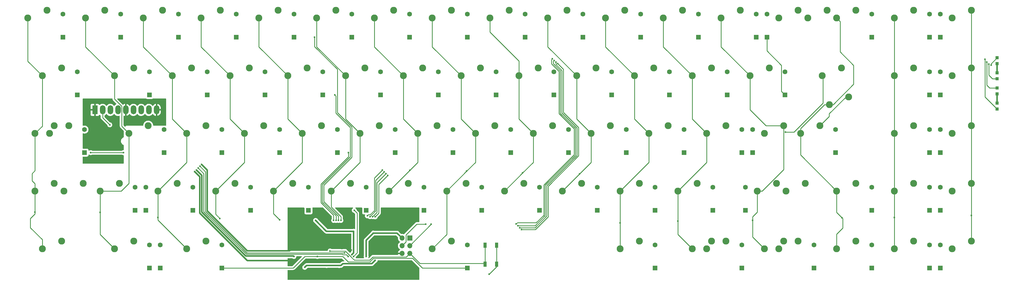
<source format=gbr>
%TF.GenerationSoftware,KiCad,Pcbnew,(5.99.0-9376-g8dcf5404fc)*%
%TF.CreationDate,2021-02-24T21:32:48+01:00*%
%TF.ProjectId,gud70,67756437-302e-46b6-9963-61645f706362,rev?*%
%TF.SameCoordinates,Original*%
%TF.FileFunction,Copper,L1,Top*%
%TF.FilePolarity,Positive*%
%FSLAX46Y46*%
G04 Gerber Fmt 4.6, Leading zero omitted, Abs format (unit mm)*
G04 Created by KiCad (PCBNEW (5.99.0-9376-g8dcf5404fc)) date 2021-02-24 21:32:48*
%MOMM*%
%LPD*%
G01*
G04 APERTURE LIST*
%TA.AperFunction,ComponentPad*%
%ADD10C,2.286000*%
%TD*%
%TA.AperFunction,SMDPad,CuDef*%
%ADD11R,1.000000X1.700000*%
%TD*%
%TA.AperFunction,ComponentPad*%
%ADD12R,1.800000X3.000000*%
%TD*%
%TA.AperFunction,ComponentPad*%
%ADD13O,1.800000X3.000000*%
%TD*%
%TA.AperFunction,SMDPad,CuDef*%
%ADD14R,1.000000X1.000000*%
%TD*%
%TA.AperFunction,ComponentPad*%
%ADD15R,1.600000X1.600000*%
%TD*%
%TA.AperFunction,ComponentPad*%
%ADD16C,1.600000*%
%TD*%
%TA.AperFunction,ComponentPad*%
%ADD17R,1.700000X1.700000*%
%TD*%
%TA.AperFunction,ComponentPad*%
%ADD18O,1.700000X1.700000*%
%TD*%
%TA.AperFunction,ViaPad*%
%ADD19C,0.600000*%
%TD*%
%TA.AperFunction,Conductor*%
%ADD20C,0.500000*%
%TD*%
%TA.AperFunction,Conductor*%
%ADD21C,0.250000*%
%TD*%
G04 APERTURE END LIST*
D10*
X150177500Y-61595000D03*
X143827500Y-64135000D03*
D11*
X160253250Y-81979751D03*
X160253250Y-88279751D03*
X156453250Y-81979751D03*
X156453250Y-88279751D03*
D10*
X14446250Y-61595000D03*
X8096250Y-64135000D03*
X97790000Y-23495000D03*
X91440000Y-26035000D03*
X73977500Y-61595000D03*
X67627500Y-64135000D03*
X16827500Y-80645000D03*
X10477500Y-83185000D03*
X207327500Y-80645000D03*
X200977500Y-83185000D03*
X54927500Y-61595000D03*
X48577500Y-64135000D03*
X78740000Y-23495000D03*
X72390000Y-26035000D03*
X83502500Y-42545000D03*
X77152500Y-45085000D03*
X126365000Y-4445000D03*
X120015000Y-6985000D03*
X107315000Y-4445000D03*
X100965000Y-6985000D03*
X278765000Y-80645000D03*
X272415000Y-83185000D03*
X259715216Y-4445008D03*
X253365216Y-6985008D03*
X274002728Y-23495024D03*
X267652728Y-26035024D03*
X316865000Y-42545000D03*
X310515000Y-45085000D03*
X252571250Y-61595000D03*
X246221250Y-64135000D03*
X193040000Y-23495000D03*
X186690000Y-26035000D03*
X235902500Y-42545000D03*
X229552500Y-45085000D03*
X159702500Y-42545000D03*
X153352500Y-45085000D03*
X278765232Y-4445008D03*
X272415232Y-6985008D03*
D12*
X27825000Y-37325000D03*
D13*
X30365000Y-37325000D03*
X32905000Y-37325000D03*
X35445000Y-37325000D03*
X37985000Y-37325000D03*
X40525000Y-37325000D03*
X43065000Y-37325000D03*
X45605000Y-37325000D03*
X48145000Y-37325000D03*
D10*
X297815000Y-80645000D03*
X291465000Y-83185000D03*
X14446250Y-42545000D03*
X8096250Y-45085000D03*
X316865000Y-80645000D03*
X310515000Y-83185000D03*
X178752500Y-42545000D03*
X172402500Y-45085000D03*
X12065000Y-4445000D03*
X5715000Y-6985000D03*
X45402500Y-42545000D03*
X39052500Y-45085000D03*
X121602500Y-42545000D03*
X115252500Y-45085000D03*
X197802500Y-42545000D03*
X191452500Y-45085000D03*
X88265000Y-4445000D03*
X81915000Y-6985000D03*
X240665000Y-4445000D03*
X234315000Y-6985000D03*
X278765000Y-61595000D03*
X272415000Y-64135000D03*
X250190000Y-23495000D03*
X243840000Y-26035000D03*
X276383750Y-33020000D03*
X270033750Y-35560000D03*
D14*
X325325000Y-20125000D03*
X325325000Y-22025000D03*
D10*
X221615000Y-4445000D03*
X215265000Y-6985000D03*
X216852500Y-42545000D03*
X210502500Y-45085000D03*
X262096468Y-61595056D03*
X255746468Y-64135056D03*
X19208750Y-42545000D03*
X12858750Y-45085000D03*
X145415000Y-4445000D03*
X139065000Y-6985000D03*
X297815000Y-42545000D03*
X291465000Y-45085000D03*
X154940000Y-23495000D03*
X148590000Y-26035000D03*
X297815000Y-4445000D03*
X291465000Y-6985000D03*
X145415000Y-80645000D03*
X139065000Y-83185000D03*
X316865000Y-61595000D03*
X310515000Y-64135000D03*
X69215000Y-4445000D03*
X62865000Y-6985000D03*
X131127500Y-61595000D03*
X124777500Y-64135000D03*
X64452500Y-80645000D03*
X58102500Y-83185000D03*
X16827500Y-23495000D03*
X10477500Y-26035000D03*
D14*
X325325000Y-37025000D03*
X325325000Y-35125000D03*
D10*
X173990000Y-23495000D03*
X167640000Y-26035000D03*
X266858750Y-42545000D03*
X260508750Y-45085000D03*
X140652500Y-42545000D03*
X134302500Y-45085000D03*
X254952500Y-42545000D03*
X248602500Y-45085000D03*
X207327500Y-61595000D03*
X200977500Y-64135000D03*
X64452500Y-42545000D03*
X58102500Y-45085000D03*
X297815000Y-61595000D03*
X291465000Y-64135000D03*
X269240000Y-4445000D03*
X262890000Y-6985000D03*
X297815000Y-23495000D03*
X291465000Y-26035000D03*
X35877500Y-61595000D03*
X29527500Y-64135000D03*
X202565000Y-4445000D03*
X196215000Y-6985000D03*
X59690000Y-23495000D03*
X53340000Y-26035000D03*
X31115000Y-4445000D03*
X24765000Y-6985000D03*
X40640000Y-23495000D03*
X34290000Y-26035000D03*
X259715216Y-80645072D03*
X253365216Y-83185072D03*
X135890000Y-23495000D03*
X129540000Y-26035000D03*
X226377500Y-61595000D03*
X220027500Y-64135000D03*
X231140000Y-80645000D03*
X224790000Y-83185000D03*
X212090000Y-23495000D03*
X205740000Y-26035000D03*
X112077500Y-61595000D03*
X105727500Y-64135000D03*
X235902696Y-80645072D03*
X229552696Y-83185072D03*
D14*
X325325000Y-30125000D03*
X325325000Y-32025000D03*
D10*
X316865000Y-4445000D03*
X310515000Y-6985000D03*
X23971250Y-61595000D03*
X17621250Y-64135000D03*
X254952500Y-80645000D03*
X248602500Y-83185000D03*
X183515000Y-4445000D03*
X177165000Y-6985000D03*
X231140000Y-23495000D03*
X224790000Y-26035000D03*
X116840000Y-23495000D03*
X110490000Y-26035000D03*
X316865000Y-23495000D03*
X310515000Y-26035000D03*
X102552500Y-42545000D03*
X96202500Y-45085000D03*
X169227500Y-61595000D03*
X162877500Y-64135000D03*
X50165000Y-4445000D03*
X43815000Y-6985000D03*
X40640000Y-80645000D03*
X34290000Y-83185000D03*
D14*
X325325000Y-27025000D03*
X325325000Y-25125000D03*
D10*
X164465000Y-4445000D03*
X158115000Y-6985000D03*
X188277500Y-61595000D03*
X181927500Y-64135000D03*
X93027500Y-61595000D03*
X86677500Y-64135000D03*
D15*
X44648467Y-70485048D03*
D16*
X44648467Y-62865048D03*
D15*
X179189205Y-32385016D03*
D16*
X179189205Y-24765016D03*
D15*
X207764229Y-13335000D03*
D16*
X207764229Y-5715000D03*
D15*
X49410971Y-89535064D03*
D16*
X49410971Y-81915064D03*
D15*
X102989141Y-32385016D03*
D16*
X102989141Y-24765016D03*
D15*
X264914285Y-89535072D03*
D16*
X264914285Y-81915072D03*
D15*
X306586187Y-89535064D03*
D16*
X306586187Y-81915064D03*
D15*
X79176621Y-70485048D03*
D16*
X79176621Y-62865048D03*
D15*
X283964293Y-70485048D03*
D16*
X283964293Y-62865048D03*
D15*
X136326669Y-70485048D03*
D16*
X136326669Y-62865048D03*
D15*
X88701629Y-51435032D03*
D16*
X88701629Y-43815032D03*
D15*
X160139189Y-32385016D03*
D16*
X160139189Y-24765016D03*
D15*
X212526733Y-70485048D03*
D16*
X212526733Y-62865048D03*
D15*
X188714213Y-13335000D03*
D16*
X188714213Y-5715000D03*
D15*
X74414117Y-13335000D03*
D16*
X74414117Y-5715000D03*
D15*
X303014309Y-51435032D03*
D16*
X303014309Y-43815032D03*
D15*
X244673635Y-51434968D03*
D16*
X244673635Y-43814968D03*
D15*
X242292391Y-70485056D03*
D16*
X242292391Y-62865056D03*
D15*
X272058033Y-51435032D03*
D16*
X272058033Y-43815032D03*
D15*
X283964293Y-89535064D03*
D16*
X283964293Y-81915064D03*
D15*
X198239221Y-32384952D03*
D16*
X198239221Y-24764952D03*
D15*
X24407825Y-51434968D03*
D16*
X24407825Y-43814968D03*
D15*
X255389269Y-32384952D03*
D16*
X255389269Y-24764952D03*
D15*
X241101765Y-89535064D03*
D16*
X241101765Y-81915064D03*
D15*
X22026573Y-32384952D03*
D16*
X22026573Y-24764952D03*
D15*
X203001725Y-51435032D03*
D16*
X203001725Y-43815032D03*
D15*
X117276653Y-70485048D03*
D16*
X117276653Y-62865048D03*
D15*
X212526733Y-89535064D03*
D16*
X212526733Y-81915064D03*
D15*
X303014309Y-89535064D03*
D16*
X303014309Y-81915064D03*
D15*
X131564165Y-13334936D03*
D16*
X131564165Y-5714936D03*
D15*
X217289237Y-32384952D03*
D16*
X217289237Y-24764952D03*
D15*
X69651613Y-51434968D03*
D16*
X69651613Y-43814968D03*
D15*
X245864261Y-13334936D03*
D16*
X245864261Y-5714936D03*
D15*
X183951709Y-51434968D03*
D16*
X183951709Y-43814968D03*
D15*
X41076589Y-70485048D03*
D16*
X41076589Y-62865048D03*
D15*
X249436147Y-13335008D03*
D16*
X249436147Y-5715008D03*
D15*
X83939125Y-32385016D03*
D16*
X83939125Y-24765016D03*
D15*
X169664197Y-13334936D03*
D16*
X169664197Y-5714936D03*
D15*
X236339253Y-32385016D03*
D16*
X236339253Y-24765016D03*
D15*
X60126605Y-70485048D03*
D16*
X60126605Y-62865048D03*
D15*
X303014309Y-13334936D03*
D16*
X303014309Y-5714936D03*
D15*
X303014309Y-70485048D03*
D16*
X303014309Y-62865048D03*
D15*
X141089173Y-32384952D03*
D16*
X141089173Y-24764952D03*
D15*
X155376685Y-70485048D03*
D16*
X155376685Y-62865048D03*
D15*
X164901693Y-51434968D03*
D16*
X164901693Y-43814968D03*
D15*
X126801661Y-51434968D03*
D16*
X126801661Y-43814968D03*
D15*
X122039157Y-32385016D03*
D16*
X122039157Y-24765016D03*
D15*
X150614181Y-13334936D03*
D16*
X150614181Y-5714936D03*
D15*
X306586187Y-32385016D03*
D16*
X306586187Y-24765016D03*
D15*
X222051741Y-51434968D03*
D16*
X222051741Y-43814968D03*
D15*
X93464133Y-13335000D03*
D16*
X93464133Y-5715000D03*
D15*
X50601597Y-51435032D03*
D16*
X50601597Y-43815032D03*
D15*
X150614181Y-89535064D03*
D16*
X150614181Y-81915064D03*
D15*
X303014309Y-32385016D03*
D16*
X303014309Y-24765016D03*
D15*
X36314085Y-13334936D03*
D16*
X36314085Y-5714936D03*
D15*
X231576749Y-70485048D03*
D16*
X231576749Y-62865048D03*
D15*
X112514149Y-13334936D03*
D16*
X112514149Y-5714936D03*
D15*
X306586187Y-13335000D03*
D16*
X306586187Y-5715000D03*
D15*
X145851677Y-51435032D03*
D16*
X145851677Y-43815032D03*
D15*
X55364101Y-13334936D03*
D16*
X55364101Y-5714936D03*
D17*
X131643539Y-79613186D03*
D18*
X129103539Y-79613186D03*
X131643539Y-82153186D03*
X129103539Y-82153186D03*
X131643539Y-84693186D03*
X129103539Y-84693186D03*
D15*
X226814245Y-13335000D03*
D16*
X226814245Y-5715000D03*
D15*
X64889109Y-32384952D03*
D16*
X64889109Y-24764952D03*
D15*
X45839093Y-32385016D03*
D16*
X45839093Y-24765016D03*
D15*
X98226637Y-70485048D03*
D16*
X98226637Y-62865048D03*
D15*
X306586187Y-51435032D03*
D16*
X306586187Y-43815032D03*
D15*
X45839093Y-89535064D03*
D16*
X45839093Y-81915064D03*
D15*
X306586187Y-70485048D03*
D16*
X306586187Y-62865048D03*
D15*
X193476717Y-70485048D03*
D16*
X193476717Y-62865048D03*
D15*
X17264069Y-13335000D03*
D16*
X17264069Y-5715000D03*
D15*
X241101757Y-51434968D03*
D16*
X241101757Y-43814968D03*
D15*
X174426701Y-70485048D03*
D16*
X174426701Y-62865048D03*
D15*
X283964301Y-13335000D03*
D16*
X283964301Y-5715000D03*
D15*
X69651613Y-89535064D03*
D16*
X69651613Y-81915064D03*
D15*
X107751645Y-51434968D03*
D16*
X107751645Y-43814968D03*
D19*
X109325000Y-83075000D03*
X116325000Y-78532873D03*
X29325000Y-54075000D03*
X35825000Y-52575000D03*
X124825000Y-89575000D03*
X105825000Y-78575000D03*
X122325000Y-87575000D03*
X92325000Y-83575000D03*
X35325000Y-41075000D03*
X112325000Y-83575000D03*
X111325000Y-79075000D03*
X121825000Y-84075000D03*
X122325000Y-76575000D03*
X134325000Y-92075000D03*
X105325000Y-82075000D03*
X91825000Y-87075000D03*
X98325000Y-91075000D03*
X32146894Y-43457841D03*
X63016966Y-55342315D03*
X29325000Y-41075000D03*
X157825000Y-91575000D03*
X60711681Y-57672832D03*
X100825000Y-83575000D03*
X61317231Y-57150040D03*
X325325000Y-33575000D03*
X108346958Y-88701629D03*
X93464133Y-85725064D03*
X112525623Y-85118277D03*
X97036011Y-89296942D03*
X104198371Y-88701629D03*
X113109462Y-77390682D03*
X120253218Y-86975065D03*
X100607889Y-73818804D03*
X117276653Y-85725064D03*
X325325000Y-23575000D03*
X119657905Y-77985995D03*
X100250698Y-13335000D03*
X108142268Y-73818804D03*
X107342265Y-73818804D03*
X106918210Y-32385016D03*
X37266653Y-51434968D03*
X111439139Y-51434968D03*
X106542262Y-73818804D03*
X26431822Y-51434968D03*
X113109462Y-85725064D03*
X113347584Y-70485048D03*
X101203202Y-85725064D03*
X8096250Y-71080363D03*
X29527500Y-71199410D03*
X48577500Y-72866336D03*
X69056300Y-73223491D03*
X88701629Y-73585078D03*
X108942271Y-73818804D03*
X131663312Y-57249187D03*
X117659152Y-72293784D03*
X122634470Y-57150040D03*
X118524424Y-72589203D03*
X123229783Y-57745353D03*
X150415664Y-57546836D03*
X119411274Y-72586237D03*
X123825096Y-58340666D03*
X168870359Y-58142141D03*
X120253218Y-72628178D03*
X187622710Y-58439789D03*
X124420409Y-58935979D03*
X200977500Y-74652403D03*
X220027500Y-74057106D03*
X244673643Y-73818812D03*
X274141636Y-72925843D03*
X291465000Y-72866540D03*
X32742207Y-42267215D03*
X105370393Y-83909438D03*
X62507857Y-55959414D03*
X110132897Y-84534438D03*
X111323523Y-85725064D03*
X61912544Y-56554727D03*
X255577500Y-44648475D03*
X316865000Y-72191357D03*
X136921982Y-75039117D03*
X138707921Y-75039117D03*
X323325000Y-22575000D03*
X168496208Y-76825000D03*
X180469039Y-22062335D03*
X167890687Y-76200000D03*
X322575000Y-22215002D03*
X179825000Y-21575000D03*
X321950000Y-21575000D03*
X179259313Y-21009313D03*
X167325000Y-75575000D03*
X178693626Y-20443626D03*
X166759313Y-75009313D03*
X321325000Y-20575000D03*
D20*
X64889117Y-57214466D02*
X64889117Y-70624358D01*
X91825000Y-87075000D02*
X78086983Y-87075000D01*
X62403150Y-71391167D02*
X62403150Y-59364301D01*
X78086983Y-87075000D02*
X62403150Y-71391167D01*
X78094948Y-83830189D02*
X92069811Y-83830189D01*
X92069811Y-83830189D02*
X92325000Y-83575000D01*
X64889117Y-70624358D02*
X78094948Y-83830189D01*
X63016966Y-55342315D02*
X64889117Y-57214466D01*
D21*
X160253250Y-89146750D02*
X157825000Y-91575000D01*
X160253250Y-88279751D02*
X160253250Y-81979751D01*
X160253250Y-88279751D02*
X160253250Y-89146750D01*
D20*
X62403150Y-59364301D02*
X60711681Y-57672832D01*
X112514149Y-88106316D02*
X109537584Y-88106316D01*
X113109462Y-77390682D02*
X104179767Y-77390682D01*
X325325000Y-23575000D02*
X325325000Y-25125000D01*
X325325000Y-33575000D02*
X325325000Y-35125000D01*
X113109462Y-84534438D02*
X112525623Y-85118277D01*
X119985249Y-87243034D02*
X120253218Y-86975065D01*
X325325000Y-22025000D02*
X325325000Y-23575000D01*
X93298527Y-85559458D02*
X93464133Y-85725064D01*
X61317231Y-57150040D02*
X63103170Y-58935979D01*
X109537584Y-88106316D02*
X108942271Y-88701629D01*
X113109462Y-77390682D02*
X113109462Y-84534438D01*
X63103170Y-71101209D02*
X77561419Y-85559458D01*
X127476348Y-77985995D02*
X129103539Y-79613186D01*
X63103170Y-58935979D02*
X63103170Y-71101209D01*
X104198371Y-88701629D02*
X97631324Y-88701629D01*
X117276653Y-85725064D02*
X117276653Y-80367247D01*
X112514149Y-88106316D02*
X119121967Y-88106316D01*
X325325000Y-32025000D02*
X325325000Y-33575000D01*
X117276653Y-80367247D02*
X119657905Y-77985995D01*
X119121967Y-88106316D02*
X119985249Y-87243034D01*
X97631324Y-88701629D02*
X97036011Y-89296942D01*
X104179767Y-77390682D02*
X100607889Y-73818804D01*
X119657905Y-77985995D02*
X127476348Y-77985995D01*
X108942271Y-88701629D02*
X108346958Y-88701629D01*
X108346958Y-88701629D02*
X104198371Y-88701629D01*
X77561419Y-85559458D02*
X93298527Y-85559458D01*
D21*
X112514149Y-52982849D02*
X112514149Y-45243780D01*
X107751645Y-30360955D02*
X107751645Y-26789077D01*
X108142268Y-72423488D02*
X103281599Y-67562819D01*
X100250698Y-15120939D02*
X100250698Y-16432108D01*
X103281599Y-62215399D02*
X112514149Y-52982849D01*
X107751645Y-23933055D02*
X107751645Y-26789077D01*
X112514149Y-42983059D02*
X112514149Y-45243780D01*
X108142268Y-73818804D02*
X108142268Y-72423488D01*
X107751645Y-38220555D02*
X112514149Y-42983059D01*
X100250698Y-16432108D02*
X107751645Y-23933055D01*
X103281599Y-67562819D02*
X103281599Y-62215399D01*
X100250698Y-15120939D02*
X100250698Y-13335000D01*
X107751645Y-30360955D02*
X107751645Y-38220555D01*
X107301635Y-38406955D02*
X107301635Y-37650014D01*
X107342265Y-72259895D02*
X102831589Y-67749219D01*
X249436147Y-17859390D02*
X254198651Y-22621894D01*
X102831590Y-62028998D02*
X112064139Y-52796449D01*
X107301635Y-37650014D02*
X107301635Y-32768441D01*
X112064139Y-45693790D02*
X112064139Y-43169459D01*
X254198651Y-31194334D02*
X255389269Y-32384952D01*
X102831589Y-67749219D02*
X102831590Y-62028998D01*
X254198651Y-22621894D02*
X254198651Y-31194334D01*
X112064139Y-43169459D02*
X107301635Y-38406955D01*
X112064139Y-52796449D02*
X112064139Y-45693790D01*
X107301635Y-32768441D02*
X106918210Y-32385016D01*
X107342265Y-73818804D02*
X107342265Y-72259895D01*
X249436147Y-13335008D02*
X249436147Y-17859390D01*
X106542262Y-73818804D02*
X106542262Y-72096302D01*
X106542262Y-72096302D02*
X102381580Y-67935618D01*
X102381581Y-61842597D02*
X111439139Y-52785039D01*
X111439139Y-52785039D02*
X111439139Y-51434968D01*
X102381580Y-67935618D02*
X102381581Y-61842597D01*
X26431822Y-51434968D02*
X37266653Y-51434968D01*
X113347584Y-70485048D02*
X114300088Y-71437552D01*
X114300088Y-84534437D02*
X114002431Y-84832094D01*
X114002431Y-84832094D02*
X113109462Y-85725064D01*
X114300088Y-71437552D02*
X114300088Y-84534437D01*
X269939651Y-39464099D02*
X269939651Y-38572125D01*
X275491776Y-33020000D02*
X276383750Y-33020000D01*
X266858750Y-42545000D02*
X269939651Y-39464099D01*
X269939651Y-38572125D02*
X275491776Y-33020000D01*
X111323523Y-87511003D02*
X118526655Y-87511003D01*
X109537584Y-85725064D02*
X111323523Y-87511003D01*
X123100065Y-86350065D02*
X132600065Y-86350065D01*
X108942271Y-85725064D02*
X109537584Y-85725064D01*
X150614181Y-89535064D02*
X143864936Y-89535064D01*
X101203202Y-85725064D02*
X97036011Y-85725064D01*
X119687593Y-86350065D02*
X123100065Y-86350065D01*
X101203202Y-85725064D02*
X108942271Y-85725064D01*
X69651613Y-89535064D02*
X93226011Y-89535064D01*
X135785064Y-89535064D02*
X143864936Y-89535064D01*
X132600065Y-86350065D02*
X135785064Y-89535064D01*
X97036011Y-85725064D02*
X93226011Y-89535064D01*
X118526655Y-87511003D02*
X119687593Y-86350065D01*
X7143748Y-60721918D02*
X8096250Y-61674420D01*
X8096250Y-61674420D02*
X8096250Y-64135000D01*
X7143748Y-58340666D02*
X7143748Y-60721918D01*
X10477500Y-80129121D02*
X10477500Y-83185000D01*
X8096250Y-64135000D02*
X8096250Y-71080363D01*
X5715000Y-21272500D02*
X10477500Y-26035000D01*
X6548435Y-76200056D02*
X10477500Y-80129121D01*
X8096250Y-71080363D02*
X8096250Y-71675676D01*
X8096250Y-71675676D02*
X6548435Y-73223491D01*
X8096250Y-45085000D02*
X8096250Y-57388164D01*
X8096250Y-57388164D02*
X7143748Y-58340666D01*
X10477500Y-26035000D02*
X10477500Y-42703750D01*
X10477500Y-42703750D02*
X8096250Y-45085000D01*
X6548435Y-73223491D02*
X6548435Y-76200056D01*
X5715000Y-6985000D02*
X5715000Y-21272500D01*
X29527500Y-78422500D02*
X34290000Y-83185000D01*
X36670010Y-42702510D02*
X39052500Y-45085000D01*
X34290000Y-33747595D02*
X36670010Y-36127605D01*
X24765000Y-6985000D02*
X24765000Y-16510000D01*
X36670010Y-36127605D02*
X36670010Y-37265323D01*
X34290000Y-26035000D02*
X34290000Y-33747595D01*
X39052500Y-45085000D02*
X39052500Y-61555381D01*
X36472881Y-64135000D02*
X29527500Y-64135000D01*
X36670010Y-37265323D02*
X36670010Y-42702510D01*
X24765000Y-16510000D02*
X34290000Y-26035000D01*
X39052500Y-61555381D02*
X36472881Y-64135000D01*
X29527500Y-71199410D02*
X29527500Y-78422500D01*
X29527500Y-64135000D02*
X29527500Y-71199410D01*
X48577500Y-72866336D02*
X48577500Y-73660000D01*
X58102500Y-54610000D02*
X48577500Y-64135000D01*
X53340000Y-40322500D02*
X58102500Y-45085000D01*
X48577500Y-73660000D02*
X58102500Y-83185000D01*
X43815000Y-16510000D02*
X53340000Y-26035000D01*
X53340000Y-26035000D02*
X53340000Y-40322500D01*
X48577500Y-64135000D02*
X48577500Y-72866336D01*
X58102500Y-45085000D02*
X58102500Y-54610000D01*
X43815000Y-6985000D02*
X43815000Y-16510000D01*
X72390000Y-40322500D02*
X77152500Y-45085000D01*
X62865000Y-16510000D02*
X72390000Y-26035000D01*
X77152500Y-45085000D02*
X77152500Y-54610000D01*
X67627500Y-64135000D02*
X67627500Y-71794691D01*
X77152500Y-54610000D02*
X67627500Y-64135000D01*
X67627500Y-71794691D02*
X69056300Y-73223491D01*
X62865000Y-6985000D02*
X62865000Y-16510000D01*
X72390000Y-26035000D02*
X72390000Y-40322500D01*
X81915000Y-6985000D02*
X81915000Y-16510000D01*
X81915000Y-16510000D02*
X91440000Y-26035000D01*
X96202500Y-45085000D02*
X96202500Y-54610000D01*
X88701629Y-73585078D02*
X86677500Y-71560949D01*
X86677500Y-71560949D02*
X86677500Y-64135000D01*
X96202500Y-54610000D02*
X86677500Y-64135000D01*
X91440000Y-40322500D02*
X96202500Y-45085000D01*
X91440000Y-26035000D02*
X91440000Y-40322500D01*
X110490000Y-40322500D02*
X115252500Y-45085000D01*
X115252500Y-45085000D02*
X115252500Y-54610000D01*
X100965000Y-16510000D02*
X110490000Y-26035000D01*
X110490000Y-26035000D02*
X110490000Y-40322500D01*
X105727500Y-64135000D02*
X105727500Y-67627468D01*
X105727500Y-69372310D02*
X105727500Y-67627468D01*
X115252500Y-54610000D02*
X105727500Y-64135000D01*
X108942271Y-72587081D02*
X105727500Y-69372310D01*
X100965000Y-6985000D02*
X100965000Y-16510000D01*
X108942271Y-73818804D02*
X108942271Y-72587081D01*
X129540000Y-26035000D02*
X129540000Y-40322500D01*
X129540000Y-40322500D02*
X134302500Y-45085000D01*
X134302500Y-54610000D02*
X131663312Y-57249187D01*
X118513015Y-71964202D02*
X119948511Y-70528706D01*
X117659152Y-72293784D02*
X117988734Y-71964202D01*
X134302500Y-45085000D02*
X134302500Y-54610000D01*
X120015000Y-6985000D02*
X120015000Y-16510000D01*
X131663312Y-57249187D02*
X124777500Y-64135000D01*
X117988734Y-71964202D02*
X118513015Y-71964202D01*
X119948511Y-70528706D02*
X119948511Y-59835999D01*
X120015000Y-16510000D02*
X129540000Y-26035000D01*
X119948511Y-59835999D02*
X122634470Y-57150040D01*
X148590000Y-40322500D02*
X153352500Y-45085000D01*
X153352500Y-54610000D02*
X150415664Y-57546836D01*
X143827500Y-64135000D02*
X143827500Y-78422500D01*
X120398521Y-60576615D02*
X123229783Y-57745353D01*
X148590000Y-26035000D02*
X148590000Y-40322500D01*
X139065000Y-6985000D02*
X139065000Y-16510000D01*
X153352500Y-45085000D02*
X153352500Y-54610000D01*
X120398521Y-70715106D02*
X120398521Y-60576615D01*
X139065000Y-16510000D02*
X148590000Y-26035000D01*
X120253218Y-70860409D02*
X120398521Y-70715106D01*
X118524424Y-72589203D02*
X120253218Y-70860409D01*
X150415664Y-57546836D02*
X143827500Y-64135000D01*
X143827500Y-78422500D02*
X139065000Y-83185000D01*
X168870359Y-58142141D02*
X162877500Y-64135000D01*
X172402500Y-45085000D02*
X172402500Y-54610000D01*
X119411274Y-72586237D02*
X120848531Y-71148980D01*
X167640000Y-26035000D02*
X167640000Y-40322500D01*
X172402500Y-54610000D02*
X168870359Y-58142141D01*
X120848531Y-61317231D02*
X123825096Y-58340666D01*
X120848531Y-71148980D02*
X120848531Y-61317231D01*
X167640000Y-21193002D02*
X167640000Y-26035000D01*
X167640000Y-40322500D02*
X172402500Y-45085000D01*
X158115000Y-11668002D02*
X167640000Y-21193002D01*
X158115000Y-6985000D02*
X158115000Y-11668002D01*
X187622710Y-58439789D02*
X181927500Y-64135000D01*
X177165000Y-6985000D02*
X177165000Y-16510000D01*
X121443844Y-61912544D02*
X124420409Y-58935979D01*
X121443844Y-71437552D02*
X121443844Y-61912544D01*
X177165000Y-16510000D02*
X186690000Y-26035000D01*
X186690000Y-40322500D02*
X191452500Y-45085000D01*
X191452500Y-54610000D02*
X187622710Y-58439789D01*
X186690000Y-26035000D02*
X186690000Y-40322500D01*
X120848531Y-72032865D02*
X121443844Y-71437552D01*
X191452500Y-45085000D02*
X191452500Y-54610000D01*
X120253218Y-72628178D02*
X120848531Y-72032865D01*
X210502500Y-54610000D02*
X200977500Y-64135000D01*
X196215000Y-16510000D02*
X205740000Y-26035000D01*
X205740000Y-40322500D02*
X210502500Y-45085000D01*
X200977500Y-64135000D02*
X200977500Y-74652403D01*
X200977500Y-74652403D02*
X200977500Y-83185000D01*
X196215000Y-6985000D02*
X196215000Y-16510000D01*
X205740000Y-26035000D02*
X205740000Y-40322500D01*
X210502500Y-45085000D02*
X210502500Y-54610000D01*
X224790000Y-26035000D02*
X224790000Y-40322500D01*
X229552500Y-54610000D02*
X220027500Y-64135000D01*
X220027500Y-74057106D02*
X220027500Y-78422500D01*
X215265000Y-6985000D02*
X215265000Y-16510000D01*
X229552500Y-45085000D02*
X229552500Y-54610000D01*
X220027500Y-78422500D02*
X224790000Y-83185000D01*
X220027500Y-64135000D02*
X220027500Y-74057106D01*
X215265000Y-16510000D02*
X224790000Y-26035000D01*
X224790000Y-40322500D02*
X229552500Y-45085000D01*
X247808996Y-64135000D02*
X246221250Y-64135000D01*
X246221250Y-80803750D02*
X246419825Y-81002325D01*
X246419825Y-81002325D02*
X248602500Y-83185000D01*
X249118611Y-42545000D02*
X254952500Y-42545000D01*
X243840000Y-37266389D02*
X249118611Y-42545000D01*
X254952500Y-56991496D02*
X247808996Y-64135000D01*
X243840000Y-26035000D02*
X243840000Y-37266389D01*
X244673643Y-73818812D02*
X244673643Y-79256143D01*
X234315000Y-16510000D02*
X243840000Y-26035000D01*
X254952500Y-42545000D02*
X254952500Y-56991496D01*
X244673643Y-72628186D02*
X244673643Y-73818812D01*
X244673643Y-79256143D02*
X246419825Y-81002325D01*
X246221250Y-71080579D02*
X244673643Y-72628186D01*
X234315000Y-6985000D02*
X234315000Y-16510000D01*
X246221250Y-64135000D02*
X246221250Y-71080579D01*
X260508750Y-43468554D02*
X260508750Y-45085000D01*
X278011171Y-22621894D02*
X278011171Y-28846915D01*
X272415000Y-71199206D02*
X274141636Y-72925843D01*
X273558231Y-8128007D02*
X273558231Y-18168954D01*
X272415232Y-6985008D02*
X273558231Y-8128007D01*
X274439293Y-76318669D02*
X272415000Y-78342962D01*
X273558231Y-18168954D02*
X278011171Y-22621894D01*
X270033750Y-35560000D02*
X268417304Y-35560000D01*
X278011171Y-28846915D02*
X271298086Y-35560000D01*
X260508750Y-45085000D02*
X260508750Y-52228750D01*
X271298086Y-35560000D02*
X270033750Y-35560000D01*
X274141636Y-72925843D02*
X274439293Y-73223499D01*
X260508750Y-52228750D02*
X272415000Y-64135000D01*
X272415000Y-78342962D02*
X272415000Y-83185000D01*
X268417304Y-35560000D02*
X260508750Y-43468554D01*
X274439293Y-73223499D02*
X274439293Y-76318669D01*
X272415000Y-64135000D02*
X272415000Y-71199206D01*
X291465000Y-6985000D02*
X291465000Y-26035000D01*
X291465000Y-72866540D02*
X291465000Y-83185000D01*
X291465000Y-45085000D02*
X291465000Y-64135000D01*
X291465000Y-64135000D02*
X291465000Y-72866540D01*
X291465000Y-26035000D02*
X291465000Y-45085000D01*
X30365000Y-37325000D02*
X30365000Y-39890008D01*
X30365000Y-39890008D02*
X32742207Y-42267215D01*
X125158845Y-85868187D02*
X130468538Y-85868187D01*
X112484461Y-86025065D02*
X113375086Y-86915690D01*
X156217400Y-88043901D02*
X156453250Y-88279751D01*
X111786024Y-85262563D02*
X112484461Y-85961000D01*
X110432899Y-83909438D02*
X111786024Y-85262563D01*
X112484461Y-85961000D02*
X112484461Y-86025065D01*
X156453250Y-88279751D02*
X156453250Y-81979751D01*
X119514782Y-85868187D02*
X118467279Y-86915690D01*
X134994254Y-88043901D02*
X131643539Y-84693186D01*
X148890657Y-88043901D02*
X134994254Y-88043901D01*
X113375086Y-86915690D02*
X117276653Y-86915690D01*
X118467279Y-86915690D02*
X117276653Y-86915690D01*
X105370393Y-83909438D02*
X110432899Y-83909438D01*
X130468538Y-85868187D02*
X131643539Y-84693186D01*
X125158845Y-85868187D02*
X119514782Y-85868187D01*
X111786024Y-85262563D02*
X111948524Y-85425063D01*
X148890657Y-88043901D02*
X156217400Y-88043901D01*
X149853161Y-88043901D02*
X148890657Y-88043901D01*
X62507857Y-55959414D02*
X64293796Y-57745353D01*
X64293796Y-66079735D02*
X64293796Y-70842239D01*
X64293796Y-57745353D02*
X64293796Y-66079735D01*
X77985995Y-84534438D02*
X110132897Y-84534438D01*
X64293796Y-70842239D02*
X77985995Y-84534438D01*
X63698483Y-70883336D02*
X77799595Y-84984448D01*
X108492261Y-84984448D02*
X109392281Y-84984448D01*
X63698483Y-58340666D02*
X63698483Y-70883336D01*
X77799595Y-84984448D02*
X108492261Y-84984448D01*
X109392281Y-84984448D02*
X109567272Y-85159439D01*
X110757898Y-85159439D02*
X111323523Y-85725064D01*
X109567272Y-85159439D02*
X110757898Y-85159439D01*
X61912544Y-56554727D02*
X63698483Y-58340666D01*
X255577500Y-44648475D02*
X258365842Y-44648475D01*
X267907651Y-35106666D02*
X267907651Y-26035024D01*
X258365842Y-44648475D02*
X267907651Y-35106666D01*
X316865000Y-4445000D02*
X316865000Y-23495000D01*
X316865000Y-61595000D02*
X316865000Y-72191357D01*
X316865000Y-42545000D02*
X316865000Y-61595000D01*
X316865000Y-23495000D02*
X316865000Y-42545000D01*
X316865000Y-72191357D02*
X316865000Y-80645000D01*
X129103539Y-82153186D02*
X130373539Y-80883186D01*
X130373539Y-78598184D02*
X133932606Y-75039117D01*
X130373539Y-80883186D02*
X130373539Y-78598184D01*
X133932606Y-75039117D02*
X136921982Y-75039117D01*
X138707921Y-75088804D02*
X138707921Y-75039117D01*
X131643539Y-82153186D02*
X138707921Y-75088804D01*
X177325000Y-72575000D02*
X177325000Y-62484230D01*
X323325000Y-22125000D02*
X323325000Y-22575000D01*
X187325000Y-43165770D02*
X182325000Y-38165770D01*
X182325000Y-23918296D02*
X180469039Y-22062335D01*
X325325000Y-20125000D02*
X323325000Y-22125000D01*
X187325000Y-52484230D02*
X187325000Y-43165770D01*
X177325000Y-62484230D02*
X187325000Y-52484230D01*
X173075000Y-76825000D02*
X177325000Y-72575000D01*
X168496208Y-76825000D02*
X173075000Y-76825000D01*
X182325000Y-38165770D02*
X182325000Y-23918296D01*
X181825000Y-24302180D02*
X179825000Y-22302180D01*
X186825000Y-52347820D02*
X186825000Y-43302180D01*
X176825000Y-72347820D02*
X176825000Y-62347820D01*
X176825000Y-62347820D02*
X186825000Y-52347820D01*
X167890687Y-76200000D02*
X172972820Y-76200000D01*
X322575000Y-22215002D02*
X322575000Y-25825000D01*
X186825000Y-43302180D02*
X181825000Y-38302180D01*
X323775000Y-27025000D02*
X325325000Y-27025000D01*
X181825000Y-38302180D02*
X181825000Y-24302180D01*
X179825000Y-22302180D02*
X179825000Y-21575000D01*
X322575000Y-25825000D02*
X323775000Y-27025000D01*
X172972820Y-76200000D02*
X176825000Y-72347820D01*
X179259313Y-21009313D02*
X178959314Y-21309312D01*
X172961410Y-75575000D02*
X176325000Y-72211410D01*
X167325000Y-75575000D02*
X172961410Y-75575000D01*
X186275009Y-43388599D02*
X181325000Y-38438590D01*
X176325000Y-72211410D02*
X176325000Y-62211410D01*
X176325000Y-62211410D02*
X186275010Y-52261400D01*
X322875000Y-30125000D02*
X321950000Y-29200000D01*
X186275010Y-52261400D02*
X186275009Y-43388599D01*
X181325000Y-38438590D02*
X181325000Y-24438590D01*
X325325000Y-30125000D02*
X322875000Y-30125000D01*
X178959314Y-21309312D02*
X178959314Y-22072904D01*
X181325000Y-24438590D02*
X179393205Y-22506795D01*
X178959314Y-22072904D02*
X179393205Y-22506795D01*
X321950000Y-21575000D02*
X321950000Y-29200000D01*
X321325000Y-33025000D02*
X325325000Y-37025000D01*
X167193626Y-74575000D02*
X171325000Y-74575000D01*
X178393627Y-22143627D02*
X178825000Y-22575000D01*
X178693626Y-20443626D02*
X178393627Y-20743625D01*
X166759313Y-75009313D02*
X167193626Y-74575000D01*
X180825000Y-38575000D02*
X180825000Y-24575000D01*
X185825000Y-43575000D02*
X180825000Y-38575000D01*
X173325000Y-74575000D02*
X175825000Y-72075000D01*
X321325000Y-20575000D02*
X321325000Y-33025000D01*
X175825000Y-72075000D02*
X175825000Y-62075000D01*
X180825000Y-24575000D02*
X178825000Y-22575000D01*
X175825000Y-62075000D02*
X185825000Y-52075000D01*
X185825000Y-52075000D02*
X185825000Y-43575000D01*
X178393627Y-20743625D02*
X178393627Y-22143627D01*
X171325000Y-74575000D02*
X173325000Y-74575000D01*
%TA.AperFunction,Conductor*%
G36*
X100726308Y-86379132D02*
G01*
X100836413Y-86451183D01*
X101006399Y-86514400D01*
X101013380Y-86515331D01*
X101013382Y-86515332D01*
X101058629Y-86521369D01*
X101186165Y-86538386D01*
X101193176Y-86537748D01*
X101193180Y-86537748D01*
X101333261Y-86524998D01*
X101366779Y-86521948D01*
X101373481Y-86519770D01*
X101373483Y-86519770D01*
X101532563Y-86468082D01*
X101532566Y-86468081D01*
X101539262Y-86465905D01*
X101689517Y-86376335D01*
X101754034Y-86358564D01*
X109222990Y-86358564D01*
X109291111Y-86378566D01*
X109312085Y-86395469D01*
X110049337Y-87132721D01*
X110083363Y-87195033D01*
X110078298Y-87265848D01*
X110035751Y-87322684D01*
X109969231Y-87347495D01*
X109960242Y-87347816D01*
X109603578Y-87347816D01*
X109584628Y-87346383D01*
X109571465Y-87344380D01*
X109571459Y-87344380D01*
X109564230Y-87343280D01*
X109556938Y-87343873D01*
X109556935Y-87343873D01*
X109513565Y-87347401D01*
X109503350Y-87347816D01*
X109494698Y-87347816D01*
X109481129Y-87349398D01*
X109465121Y-87351264D01*
X109460746Y-87351697D01*
X109395277Y-87357022D01*
X109395274Y-87357023D01*
X109387979Y-87357616D01*
X109381018Y-87359871D01*
X109375123Y-87361049D01*
X109369210Y-87362447D01*
X109361941Y-87363294D01*
X109293317Y-87388203D01*
X109289189Y-87389620D01*
X109226716Y-87409858D01*
X109226711Y-87409860D01*
X109219754Y-87412114D01*
X109213500Y-87415909D01*
X109208022Y-87418417D01*
X109202603Y-87421131D01*
X109195720Y-87423629D01*
X109134661Y-87463661D01*
X109130972Y-87465988D01*
X109106754Y-87480684D01*
X109073376Y-87500938D01*
X109073372Y-87500941D01*
X109068578Y-87503850D01*
X109064372Y-87507565D01*
X109059274Y-87512067D01*
X109056690Y-87514288D01*
X109053960Y-87516571D01*
X109047837Y-87520585D01*
X109042802Y-87525900D01*
X108998707Y-87572448D01*
X108996329Y-87574890D01*
X108684079Y-87887140D01*
X108621767Y-87921166D01*
X108552720Y-87916744D01*
X108532721Y-87909623D01*
X108525729Y-87908789D01*
X108525728Y-87908789D01*
X108442679Y-87898886D01*
X108352637Y-87888149D01*
X108345634Y-87888885D01*
X108345633Y-87888885D01*
X108179279Y-87906369D01*
X108179275Y-87906370D01*
X108172271Y-87907106D01*
X108086199Y-87936407D01*
X108045595Y-87943129D01*
X104499993Y-87943129D01*
X104457727Y-87935828D01*
X104425234Y-87924258D01*
X104384134Y-87909623D01*
X104377142Y-87908789D01*
X104377141Y-87908789D01*
X104294092Y-87898886D01*
X104204050Y-87888149D01*
X104197047Y-87888885D01*
X104197046Y-87888885D01*
X104030692Y-87906369D01*
X104030688Y-87906370D01*
X104023684Y-87907106D01*
X103937612Y-87936407D01*
X103897008Y-87943129D01*
X97697318Y-87943129D01*
X97678368Y-87941696D01*
X97665205Y-87939693D01*
X97665199Y-87939693D01*
X97657970Y-87938593D01*
X97650678Y-87939186D01*
X97650675Y-87939186D01*
X97607305Y-87942714D01*
X97597090Y-87943129D01*
X97588438Y-87943129D01*
X97574869Y-87944711D01*
X97558861Y-87946577D01*
X97554486Y-87947010D01*
X97489017Y-87952335D01*
X97489014Y-87952336D01*
X97481719Y-87952929D01*
X97474758Y-87955184D01*
X97468863Y-87956362D01*
X97462950Y-87957760D01*
X97455681Y-87958607D01*
X97387057Y-87983516D01*
X97382929Y-87984933D01*
X97320456Y-88005171D01*
X97320451Y-88005173D01*
X97313494Y-88007427D01*
X97307240Y-88011222D01*
X97301762Y-88013730D01*
X97296343Y-88016444D01*
X97289460Y-88018942D01*
X97228401Y-88058974D01*
X97224712Y-88061301D01*
X97200494Y-88075997D01*
X97167116Y-88096251D01*
X97167112Y-88096254D01*
X97162318Y-88099163D01*
X97158112Y-88102878D01*
X97153014Y-88107380D01*
X97150430Y-88109601D01*
X97147700Y-88111884D01*
X97141577Y-88115898D01*
X97136542Y-88121213D01*
X97092447Y-88167761D01*
X97090069Y-88170203D01*
X96722000Y-88538272D01*
X96690056Y-88560723D01*
X96689640Y-88560865D01*
X96535170Y-88655895D01*
X96405594Y-88782786D01*
X96401783Y-88788700D01*
X96401781Y-88788702D01*
X96354953Y-88861365D01*
X96307349Y-88935231D01*
X96304938Y-88941856D01*
X96247731Y-89099031D01*
X96247730Y-89099035D01*
X96245321Y-89105654D01*
X96222590Y-89285584D01*
X96240288Y-89466078D01*
X96297534Y-89638166D01*
X96301181Y-89644188D01*
X96301182Y-89644190D01*
X96319637Y-89674662D01*
X96391483Y-89793295D01*
X96517467Y-89923755D01*
X96523359Y-89927610D01*
X96523363Y-89927614D01*
X96576148Y-89962155D01*
X96669222Y-90023061D01*
X96839208Y-90086278D01*
X96846189Y-90087209D01*
X96846191Y-90087210D01*
X96895777Y-90093826D01*
X97018974Y-90110264D01*
X97025985Y-90109626D01*
X97025989Y-90109626D01*
X97191237Y-90094586D01*
X97199588Y-90093826D01*
X97206290Y-90091648D01*
X97206292Y-90091648D01*
X97365372Y-90039960D01*
X97365375Y-90039959D01*
X97372071Y-90037783D01*
X97467921Y-89980645D01*
X97521800Y-89948527D01*
X97521802Y-89948526D01*
X97527852Y-89944919D01*
X97659188Y-89819850D01*
X97759551Y-89668791D01*
X97762055Y-89662200D01*
X97763871Y-89657420D01*
X97792563Y-89613071D01*
X97908600Y-89497034D01*
X97970912Y-89463008D01*
X97997695Y-89460129D01*
X103895980Y-89460129D01*
X103939900Y-89468031D01*
X104001568Y-89490965D01*
X104008549Y-89491896D01*
X104008551Y-89491897D01*
X104058137Y-89498513D01*
X104181334Y-89514951D01*
X104188345Y-89514313D01*
X104188349Y-89514313D01*
X104328430Y-89501563D01*
X104361948Y-89498513D01*
X104368650Y-89496335D01*
X104368652Y-89496335D01*
X104461102Y-89466296D01*
X104500038Y-89460129D01*
X108044567Y-89460129D01*
X108088487Y-89468031D01*
X108150155Y-89490965D01*
X108157136Y-89491896D01*
X108157138Y-89491897D01*
X108206724Y-89498513D01*
X108329921Y-89514951D01*
X108336932Y-89514313D01*
X108336936Y-89514313D01*
X108477017Y-89501563D01*
X108510535Y-89498513D01*
X108517237Y-89496335D01*
X108517239Y-89496335D01*
X108609689Y-89466296D01*
X108648625Y-89460129D01*
X108876284Y-89460129D01*
X108895234Y-89461562D01*
X108908391Y-89463564D01*
X108908395Y-89463564D01*
X108915625Y-89464664D01*
X108922917Y-89464071D01*
X108922920Y-89464071D01*
X108966281Y-89460544D01*
X108976495Y-89460129D01*
X108985157Y-89460129D01*
X108988791Y-89459705D01*
X108988795Y-89459705D01*
X109014754Y-89456678D01*
X109019133Y-89456245D01*
X109027918Y-89455530D01*
X109091876Y-89450329D01*
X109098839Y-89448073D01*
X109104727Y-89446897D01*
X109110644Y-89445499D01*
X109117914Y-89444651D01*
X109186538Y-89419742D01*
X109190666Y-89418325D01*
X109253139Y-89398087D01*
X109253144Y-89398085D01*
X109260101Y-89395831D01*
X109266355Y-89392036D01*
X109271833Y-89389528D01*
X109277252Y-89386814D01*
X109284135Y-89384316D01*
X109345194Y-89344284D01*
X109348883Y-89341957D01*
X109373101Y-89327261D01*
X109406479Y-89307007D01*
X109406483Y-89307004D01*
X109411277Y-89304095D01*
X109420581Y-89295878D01*
X109423165Y-89293657D01*
X109425895Y-89291374D01*
X109432018Y-89287360D01*
X109437583Y-89281486D01*
X109481148Y-89235497D01*
X109483526Y-89233055D01*
X109814860Y-88901721D01*
X109877172Y-88867695D01*
X109903955Y-88864816D01*
X119055980Y-88864816D01*
X119074930Y-88866249D01*
X119088087Y-88868251D01*
X119088091Y-88868251D01*
X119095321Y-88869351D01*
X119102613Y-88868758D01*
X119102616Y-88868758D01*
X119145977Y-88865231D01*
X119156191Y-88864816D01*
X119164853Y-88864816D01*
X119168487Y-88864392D01*
X119168491Y-88864392D01*
X119194450Y-88861365D01*
X119198829Y-88860932D01*
X119207614Y-88860217D01*
X119271572Y-88855016D01*
X119278535Y-88852760D01*
X119284423Y-88851584D01*
X119290340Y-88850186D01*
X119297610Y-88849338D01*
X119366234Y-88824429D01*
X119370362Y-88823012D01*
X119432835Y-88802774D01*
X119432840Y-88802772D01*
X119439797Y-88800518D01*
X119446051Y-88796723D01*
X119451529Y-88794215D01*
X119456948Y-88791501D01*
X119463831Y-88789003D01*
X119473314Y-88782786D01*
X119484329Y-88775564D01*
X119524890Y-88748971D01*
X119528579Y-88746644D01*
X119552797Y-88731948D01*
X119586175Y-88711694D01*
X119586179Y-88711691D01*
X119590973Y-88708782D01*
X119600277Y-88700565D01*
X119602861Y-88698344D01*
X119605591Y-88696061D01*
X119611714Y-88692047D01*
X119660844Y-88640184D01*
X119663222Y-88637742D01*
X120567731Y-87733233D01*
X120592309Y-87714099D01*
X120739007Y-87626650D01*
X120739009Y-87626649D01*
X120745059Y-87623042D01*
X120876395Y-87497973D01*
X120969648Y-87357616D01*
X120972857Y-87352786D01*
X120972858Y-87352784D01*
X120976758Y-87346914D01*
X121041160Y-87177374D01*
X121053155Y-87092028D01*
X121082444Y-87027355D01*
X121142048Y-86988782D01*
X121177929Y-86983565D01*
X132285471Y-86983565D01*
X132353592Y-87003567D01*
X132374566Y-87020470D01*
X134788095Y-89433999D01*
X134822121Y-89496311D01*
X134825000Y-89523094D01*
X134825000Y-93290999D01*
X134804998Y-93359120D01*
X134751342Y-93405613D01*
X134699000Y-93416999D01*
X91451000Y-93416999D01*
X91382879Y-93396997D01*
X91336386Y-93343341D01*
X91325000Y-93290999D01*
X91325000Y-90294564D01*
X91345002Y-90226443D01*
X91398658Y-90179950D01*
X91451000Y-90168564D01*
X93147627Y-90168564D01*
X93158531Y-90169078D01*
X93165922Y-90170730D01*
X93173848Y-90170481D01*
X93173849Y-90170481D01*
X93232877Y-90168626D01*
X93236834Y-90168564D01*
X93265589Y-90168564D01*
X93269856Y-90168025D01*
X93281698Y-90167092D01*
X93313346Y-90166097D01*
X93317971Y-90165952D01*
X93325894Y-90165703D01*
X93345345Y-90160052D01*
X93364706Y-90156042D01*
X93367431Y-90155698D01*
X93376941Y-90154497D01*
X93376944Y-90154496D01*
X93384799Y-90153504D01*
X93392164Y-90150588D01*
X93392168Y-90150587D01*
X93425912Y-90137227D01*
X93437141Y-90133382D01*
X93479589Y-90121050D01*
X93486417Y-90117012D01*
X93497022Y-90110741D01*
X93514773Y-90102045D01*
X93526237Y-90097506D01*
X93526240Y-90097504D01*
X93533611Y-90094586D01*
X93569379Y-90068599D01*
X93579302Y-90062080D01*
X93617352Y-90039578D01*
X93617770Y-90039209D01*
X93631853Y-90025126D01*
X93646878Y-90012292D01*
X93663094Y-90000510D01*
X93691041Y-89966728D01*
X93699030Y-89957949D01*
X97261510Y-86395469D01*
X97323822Y-86361443D01*
X97350605Y-86358564D01*
X100657315Y-86358564D01*
X100726308Y-86379132D01*
G37*
%TD.AperFunction*%
%TA.AperFunction,Conductor*%
G36*
X96011154Y-85637950D02*
G01*
X96057647Y-85691606D01*
X96067751Y-85761880D01*
X96038257Y-85826460D01*
X96032128Y-85833043D01*
X93000512Y-88864659D01*
X92938200Y-88898685D01*
X92911417Y-88901564D01*
X91451000Y-88901564D01*
X91382879Y-88881562D01*
X91336386Y-88827906D01*
X91325000Y-88775564D01*
X91325000Y-86443958D01*
X91345002Y-86375837D01*
X91398658Y-86329344D01*
X91451000Y-86317958D01*
X92860457Y-86317958D01*
X92928578Y-86337960D01*
X92940719Y-86346834D01*
X92945589Y-86351877D01*
X92951481Y-86355732D01*
X92951485Y-86355736D01*
X93039494Y-86413327D01*
X93097344Y-86451183D01*
X93267330Y-86514400D01*
X93274311Y-86515331D01*
X93274313Y-86515332D01*
X93319560Y-86521369D01*
X93447096Y-86538386D01*
X93454107Y-86537748D01*
X93454111Y-86537748D01*
X93594192Y-86524998D01*
X93627710Y-86521948D01*
X93634412Y-86519770D01*
X93634414Y-86519770D01*
X93793494Y-86468082D01*
X93793497Y-86468081D01*
X93800193Y-86465905D01*
X93942804Y-86380892D01*
X93949922Y-86376649D01*
X93949924Y-86376648D01*
X93955974Y-86373041D01*
X94087310Y-86247972D01*
X94187673Y-86096913D01*
X94252075Y-85927373D01*
X94267503Y-85817598D01*
X94276765Y-85751700D01*
X94276765Y-85751697D01*
X94277316Y-85747778D01*
X94277394Y-85742189D01*
X94277531Y-85741747D01*
X94277675Y-85739870D01*
X94278100Y-85739903D01*
X94298345Y-85674354D01*
X94352644Y-85628615D01*
X94403382Y-85617948D01*
X95943033Y-85617948D01*
X96011154Y-85637950D01*
G37*
%TD.AperFunction*%
%TA.AperFunction,Conductor*%
G36*
X127178098Y-78764497D02*
G01*
X127199072Y-78781400D01*
X127723421Y-79305749D01*
X127757447Y-79368061D01*
X127758315Y-79417265D01*
X127746090Y-79484869D01*
X127746039Y-79490209D01*
X127743952Y-79707648D01*
X127743877Y-79715419D01*
X127780541Y-79943047D01*
X127855033Y-80161242D01*
X127965224Y-80363766D01*
X128107963Y-80544830D01*
X128111928Y-80548406D01*
X128275198Y-80695675D01*
X128275204Y-80695680D01*
X128279168Y-80699255D01*
X128283681Y-80702114D01*
X128283683Y-80702115D01*
X128401781Y-80776917D01*
X128448626Y-80830265D01*
X128459193Y-80900471D01*
X128430126Y-80965244D01*
X128399725Y-80991080D01*
X128304735Y-81048721D01*
X128304728Y-81048726D01*
X128300170Y-81051492D01*
X128126031Y-81202601D01*
X128122648Y-81206727D01*
X128122644Y-81206731D01*
X128024854Y-81325995D01*
X127979843Y-81380891D01*
X127865784Y-81581263D01*
X127787117Y-81797988D01*
X127786168Y-81803237D01*
X127786167Y-81803240D01*
X127765363Y-81918290D01*
X127746090Y-82024869D01*
X127746039Y-82030209D01*
X127744636Y-82176396D01*
X127743877Y-82255419D01*
X127780541Y-82483047D01*
X127855033Y-82701242D01*
X127965224Y-82903766D01*
X128107963Y-83084830D01*
X128161078Y-83132739D01*
X128275198Y-83235675D01*
X128275204Y-83235680D01*
X128279168Y-83239255D01*
X128283681Y-83242114D01*
X128283683Y-83242115D01*
X128402251Y-83317215D01*
X128449096Y-83370563D01*
X128459663Y-83440769D01*
X128430596Y-83505543D01*
X128400195Y-83531378D01*
X128305025Y-83589128D01*
X128296435Y-83595392D01*
X128130423Y-83739450D01*
X128123003Y-83747081D01*
X127983639Y-83917046D01*
X127977614Y-83925813D01*
X127868881Y-84116830D01*
X127864416Y-84126494D01*
X127789421Y-84333102D01*
X127786650Y-84343370D01*
X127772547Y-84421360D01*
X127773966Y-84434600D01*
X127788601Y-84439186D01*
X129231539Y-84439186D01*
X129299660Y-84459188D01*
X129346153Y-84512844D01*
X129357539Y-84565186D01*
X129357539Y-84821186D01*
X129337537Y-84889307D01*
X129283881Y-84935800D01*
X129231539Y-84947186D01*
X127786942Y-84947186D01*
X127773761Y-84951056D01*
X127771794Y-84965609D01*
X127780177Y-85017657D01*
X127782750Y-85027975D01*
X127796407Y-85067976D01*
X127799488Y-85138906D01*
X127763732Y-85200241D01*
X127700491Y-85232509D01*
X127677165Y-85234687D01*
X119593166Y-85234687D01*
X119582262Y-85234173D01*
X119574871Y-85232521D01*
X119566945Y-85232770D01*
X119566944Y-85232770D01*
X119507916Y-85234625D01*
X119503959Y-85234687D01*
X119475204Y-85234687D01*
X119470937Y-85235226D01*
X119459095Y-85236159D01*
X119427447Y-85237154D01*
X119422822Y-85237299D01*
X119414899Y-85237548D01*
X119395449Y-85243199D01*
X119376087Y-85247209D01*
X119373362Y-85247553D01*
X119363852Y-85248754D01*
X119363849Y-85248755D01*
X119355994Y-85249747D01*
X119348629Y-85252663D01*
X119348625Y-85252664D01*
X119314881Y-85266024D01*
X119303654Y-85269868D01*
X119261204Y-85282201D01*
X119254376Y-85286239D01*
X119243771Y-85292510D01*
X119226020Y-85301206D01*
X119214556Y-85305745D01*
X119214553Y-85305747D01*
X119207182Y-85308665D01*
X119200766Y-85313326D01*
X119200767Y-85313326D01*
X119171415Y-85334652D01*
X119161492Y-85341170D01*
X119123441Y-85363673D01*
X119123023Y-85364042D01*
X119108940Y-85378125D01*
X119093915Y-85390959D01*
X119077699Y-85402741D01*
X119060412Y-85423638D01*
X119049753Y-85436522D01*
X119041763Y-85445302D01*
X118241780Y-86245285D01*
X118179468Y-86279311D01*
X118152685Y-86282190D01*
X118110512Y-86282190D01*
X118042391Y-86262188D01*
X117995898Y-86208532D01*
X117985794Y-86138258D01*
X117997863Y-86100420D01*
X118000193Y-86096913D01*
X118002697Y-86090323D01*
X118042846Y-85984627D01*
X118064595Y-85927373D01*
X118080023Y-85817598D01*
X118089285Y-85751700D01*
X118089285Y-85751697D01*
X118089836Y-85747778D01*
X118090153Y-85725064D01*
X118069937Y-85544834D01*
X118042162Y-85465075D01*
X118035153Y-85423638D01*
X118035153Y-80733618D01*
X118055155Y-80665497D01*
X118072058Y-80644523D01*
X119935181Y-78781400D01*
X119997493Y-78747374D01*
X120024276Y-78744495D01*
X127109977Y-78744495D01*
X127178098Y-78764497D01*
G37*
%TD.AperFunction*%
%TA.AperFunction,Conductor*%
G36*
X115905274Y-69595002D02*
G01*
X115951767Y-69648658D01*
X115963153Y-69701000D01*
X115963153Y-71285048D01*
X115968380Y-71358127D01*
X115983038Y-71408048D01*
X115999889Y-71465436D01*
X116009557Y-71498364D01*
X116014428Y-71505943D01*
X116083704Y-71613739D01*
X116083706Y-71613742D01*
X116088576Y-71621319D01*
X116095386Y-71627220D01*
X116192222Y-71711130D01*
X116192225Y-71711132D01*
X116199034Y-71717032D01*
X116207232Y-71720776D01*
X116275923Y-71752146D01*
X116331983Y-71777748D01*
X116340898Y-71779030D01*
X116340899Y-71779030D01*
X116472205Y-71797909D01*
X116472212Y-71797910D01*
X116476653Y-71798548D01*
X116799143Y-71798548D01*
X116867264Y-71818550D01*
X116913757Y-71872206D01*
X116923861Y-71942480D01*
X116917547Y-71967634D01*
X116868462Y-72102496D01*
X116845731Y-72282426D01*
X116863429Y-72462920D01*
X116865653Y-72469605D01*
X116865653Y-72469606D01*
X116886207Y-72531394D01*
X116920675Y-72635008D01*
X116924322Y-72641030D01*
X116924323Y-72641032D01*
X116997862Y-72762459D01*
X117014624Y-72790137D01*
X117140608Y-72920597D01*
X117146500Y-72924452D01*
X117146504Y-72924456D01*
X117234513Y-72982047D01*
X117292363Y-73019903D01*
X117462349Y-73083120D01*
X117469330Y-73084051D01*
X117469332Y-73084052D01*
X117518918Y-73090668D01*
X117642115Y-73107106D01*
X117649126Y-73106468D01*
X117649130Y-73106468D01*
X117763360Y-73096071D01*
X117819695Y-73090944D01*
X117889347Y-73104689D01*
X117921751Y-73128898D01*
X118005880Y-73216016D01*
X118011772Y-73219871D01*
X118011776Y-73219875D01*
X118079534Y-73264214D01*
X118157635Y-73315322D01*
X118327621Y-73378539D01*
X118334602Y-73379470D01*
X118334604Y-73379471D01*
X118384190Y-73386087D01*
X118507387Y-73402525D01*
X118514398Y-73401887D01*
X118514402Y-73401887D01*
X118654483Y-73389137D01*
X118688001Y-73386087D01*
X118694703Y-73383909D01*
X118694705Y-73383909D01*
X118853785Y-73332221D01*
X118853788Y-73332220D01*
X118860484Y-73330044D01*
X118903289Y-73304527D01*
X118972041Y-73286828D01*
X119032052Y-73305823D01*
X119032305Y-73305323D01*
X119035379Y-73306876D01*
X119036796Y-73307324D01*
X119044485Y-73312356D01*
X119214471Y-73375573D01*
X119221452Y-73376504D01*
X119221454Y-73376505D01*
X119271040Y-73383121D01*
X119394237Y-73399559D01*
X119401248Y-73398921D01*
X119401252Y-73398921D01*
X119542262Y-73386087D01*
X119574851Y-73383121D01*
X119581553Y-73380943D01*
X119581555Y-73380943D01*
X119740634Y-73329255D01*
X119747334Y-73327078D01*
X119747676Y-73328129D01*
X119811354Y-73319137D01*
X119862099Y-73338376D01*
X119886429Y-73354297D01*
X120056415Y-73417514D01*
X120063396Y-73418445D01*
X120063398Y-73418446D01*
X120112984Y-73425062D01*
X120236181Y-73441500D01*
X120243192Y-73440862D01*
X120243196Y-73440862D01*
X120383277Y-73428112D01*
X120416795Y-73425062D01*
X120423497Y-73422884D01*
X120423499Y-73422884D01*
X120582579Y-73371196D01*
X120582582Y-73371195D01*
X120589278Y-73369019D01*
X120696129Y-73305323D01*
X120739007Y-73279763D01*
X120739009Y-73279762D01*
X120745059Y-73276155D01*
X120876395Y-73151086D01*
X120957401Y-73029162D01*
X120972857Y-73005899D01*
X120972858Y-73005897D01*
X120976758Y-73000027D01*
X121041160Y-72830487D01*
X121050721Y-72762459D01*
X121080010Y-72697785D01*
X121086400Y-72690900D01*
X121836357Y-71940943D01*
X121844445Y-71933583D01*
X121850839Y-71929525D01*
X121896714Y-71880673D01*
X121899468Y-71877832D01*
X121919782Y-71857518D01*
X121922427Y-71854107D01*
X121930133Y-71845085D01*
X121954977Y-71818629D01*
X121960401Y-71812853D01*
X121964220Y-71805907D01*
X121970162Y-71795099D01*
X121981016Y-71778575D01*
X121988569Y-71768838D01*
X121988569Y-71768837D01*
X121993427Y-71762575D01*
X122010986Y-71721999D01*
X122016207Y-71711342D01*
X122016324Y-71711130D01*
X122037506Y-71672600D01*
X122039958Y-71663051D01*
X122042543Y-71652984D01*
X122048947Y-71634280D01*
X122053842Y-71622969D01*
X122053844Y-71622962D01*
X122056992Y-71615688D01*
X122063909Y-71572014D01*
X122066317Y-71560389D01*
X122075831Y-71523334D01*
X122075831Y-71523332D01*
X122077309Y-71517577D01*
X122077344Y-71517021D01*
X122077344Y-71497105D01*
X122078895Y-71477395D01*
X122080789Y-71465436D01*
X122082029Y-71457607D01*
X122077903Y-71413961D01*
X122077344Y-71402103D01*
X122077344Y-69701000D01*
X122097346Y-69632879D01*
X122151002Y-69586386D01*
X122203344Y-69575000D01*
X134699000Y-69575000D01*
X134767121Y-69595002D01*
X134813614Y-69648658D01*
X134825000Y-69701000D01*
X134825000Y-74279617D01*
X134804998Y-74347738D01*
X134751342Y-74394231D01*
X134699000Y-74405617D01*
X134010990Y-74405617D01*
X134000086Y-74405103D01*
X133992695Y-74403451D01*
X133984769Y-74403700D01*
X133984768Y-74403700D01*
X133925740Y-74405555D01*
X133921783Y-74405617D01*
X133893028Y-74405617D01*
X133888761Y-74406156D01*
X133876919Y-74407089D01*
X133832723Y-74408478D01*
X133825106Y-74410691D01*
X133813267Y-74414130D01*
X133793908Y-74418139D01*
X133781685Y-74419683D01*
X133781684Y-74419683D01*
X133773818Y-74420677D01*
X133766442Y-74423597D01*
X133766443Y-74423597D01*
X133732717Y-74436949D01*
X133721488Y-74440794D01*
X133686641Y-74450918D01*
X133686640Y-74450919D01*
X133679028Y-74453130D01*
X133672205Y-74457165D01*
X133661589Y-74463443D01*
X133643837Y-74472139D01*
X133625006Y-74479595D01*
X133613366Y-74488052D01*
X133589235Y-74505584D01*
X133579317Y-74512099D01*
X133541265Y-74534603D01*
X133540847Y-74534972D01*
X133526764Y-74549055D01*
X133511739Y-74561889D01*
X133495523Y-74573671D01*
X133469039Y-74605685D01*
X133467577Y-74607452D01*
X133459587Y-74616232D01*
X129981026Y-78094793D01*
X129972938Y-78102153D01*
X129966544Y-78106211D01*
X129961119Y-78111988D01*
X129920670Y-78155062D01*
X129917915Y-78157904D01*
X129897601Y-78178218D01*
X129894956Y-78181629D01*
X129887252Y-78190649D01*
X129856982Y-78222883D01*
X129853165Y-78229827D01*
X129853163Y-78229829D01*
X129847221Y-78240637D01*
X129836367Y-78257161D01*
X129823956Y-78273161D01*
X129820809Y-78280432D01*
X129820809Y-78280433D01*
X129812582Y-78299445D01*
X129767170Y-78354019D01*
X129699462Y-78375378D01*
X129639840Y-78361720D01*
X129621279Y-78352283D01*
X129621278Y-78352283D01*
X129616521Y-78349864D01*
X129506426Y-78315679D01*
X129401434Y-78283077D01*
X129401428Y-78283076D01*
X129396331Y-78281493D01*
X129286211Y-78266898D01*
X129173054Y-78251900D01*
X129173049Y-78251900D01*
X129167769Y-78251200D01*
X129162439Y-78251400D01*
X129162438Y-78251400D01*
X129052569Y-78255525D01*
X128937370Y-78259849D01*
X128932153Y-78260944D01*
X128932150Y-78260944D01*
X128909483Y-78265700D01*
X128838706Y-78260112D01*
X128794514Y-78231480D01*
X128059351Y-77496317D01*
X128046963Y-77481903D01*
X128034737Y-77465289D01*
X127995998Y-77432377D01*
X127988481Y-77425447D01*
X127982364Y-77419330D01*
X127979491Y-77417057D01*
X127979482Y-77417049D01*
X127959005Y-77400849D01*
X127955601Y-77398058D01*
X127905554Y-77355540D01*
X127905552Y-77355539D01*
X127899972Y-77350798D01*
X127893454Y-77347470D01*
X127888429Y-77344118D01*
X127883284Y-77340941D01*
X127877546Y-77336401D01*
X127850337Y-77323684D01*
X127811443Y-77305506D01*
X127807493Y-77303575D01*
X127749003Y-77273709D01*
X127749001Y-77273708D01*
X127742483Y-77270380D01*
X127735376Y-77268641D01*
X127729725Y-77266539D01*
X127723975Y-77264626D01*
X127717346Y-77261528D01*
X127710186Y-77260039D01*
X127710175Y-77260035D01*
X127645855Y-77246656D01*
X127641568Y-77245686D01*
X127576176Y-77229685D01*
X127576170Y-77229684D01*
X127570718Y-77228350D01*
X127565114Y-77228002D01*
X127565112Y-77228002D01*
X127558324Y-77227581D01*
X127554927Y-77227324D01*
X127551387Y-77227008D01*
X127544219Y-77225517D01*
X127536902Y-77225715D01*
X127488809Y-77227017D01*
X127477451Y-77227324D01*
X127472832Y-77227449D01*
X127469423Y-77227495D01*
X119959527Y-77227495D01*
X119917261Y-77220194D01*
X119843668Y-77193989D01*
X119836676Y-77193155D01*
X119836675Y-77193155D01*
X119753626Y-77183252D01*
X119663584Y-77172515D01*
X119656581Y-77173251D01*
X119656580Y-77173251D01*
X119490226Y-77190735D01*
X119490222Y-77190736D01*
X119483218Y-77191472D01*
X119476547Y-77193743D01*
X119318204Y-77247647D01*
X119318201Y-77247648D01*
X119311534Y-77249918D01*
X119157064Y-77344948D01*
X119146248Y-77355540D01*
X119034177Y-77465289D01*
X119027488Y-77471839D01*
X118929243Y-77624284D01*
X118926834Y-77630904D01*
X118923700Y-77637216D01*
X118921977Y-77636360D01*
X118899365Y-77671854D01*
X116786975Y-79784244D01*
X116772564Y-79796629D01*
X116755947Y-79808858D01*
X116751204Y-79814441D01*
X116723035Y-79847598D01*
X116716105Y-79855114D01*
X116709988Y-79861231D01*
X116707715Y-79864104D01*
X116707707Y-79864113D01*
X116691507Y-79884590D01*
X116688716Y-79887994D01*
X116683799Y-79893782D01*
X116641456Y-79943623D01*
X116638128Y-79950141D01*
X116634776Y-79955166D01*
X116631599Y-79960311D01*
X116627059Y-79966049D01*
X116623960Y-79972680D01*
X116596164Y-80032152D01*
X116594233Y-80036102D01*
X116570427Y-80082724D01*
X116561038Y-80101112D01*
X116559299Y-80108219D01*
X116557197Y-80113870D01*
X116555284Y-80119620D01*
X116552186Y-80126249D01*
X116550697Y-80133409D01*
X116550693Y-80133420D01*
X116537314Y-80197740D01*
X116536344Y-80202027D01*
X116520343Y-80267419D01*
X116520342Y-80267425D01*
X116519008Y-80272877D01*
X116518660Y-80278481D01*
X116518660Y-80278483D01*
X116518239Y-80285271D01*
X116517982Y-80288668D01*
X116517666Y-80292208D01*
X116516175Y-80299376D01*
X116516373Y-80306693D01*
X116518107Y-80370763D01*
X116518153Y-80374172D01*
X116518153Y-85423115D01*
X116510554Y-85466209D01*
X116488373Y-85527153D01*
X116488372Y-85527157D01*
X116485963Y-85533776D01*
X116463232Y-85713706D01*
X116480930Y-85894200D01*
X116538176Y-86066288D01*
X116541823Y-86072310D01*
X116541824Y-86072312D01*
X116553093Y-86090919D01*
X116571272Y-86159548D01*
X116549462Y-86227112D01*
X116494586Y-86272158D01*
X116445317Y-86282190D01*
X113943321Y-86282190D01*
X113875200Y-86262188D01*
X113828707Y-86208532D01*
X113818603Y-86138258D01*
X113830672Y-86100420D01*
X113833002Y-86096913D01*
X113835506Y-86090323D01*
X113875655Y-85984627D01*
X113897404Y-85927373D01*
X113906965Y-85859345D01*
X113936254Y-85794671D01*
X113942644Y-85787786D01*
X114478370Y-85252060D01*
X114478373Y-85252056D01*
X114692601Y-85037828D01*
X114700689Y-85030468D01*
X114707083Y-85026410D01*
X114752958Y-84977558D01*
X114755712Y-84974717D01*
X114776026Y-84954403D01*
X114778671Y-84950992D01*
X114786377Y-84941970D01*
X114811221Y-84915514D01*
X114816645Y-84909738D01*
X114820464Y-84902792D01*
X114826406Y-84891984D01*
X114837260Y-84875460D01*
X114844811Y-84865726D01*
X114844812Y-84865724D01*
X114849671Y-84859460D01*
X114867234Y-84818876D01*
X114872441Y-84808247D01*
X114893750Y-84769485D01*
X114898789Y-84749859D01*
X114905190Y-84731165D01*
X114910087Y-84719849D01*
X114913236Y-84712572D01*
X114920152Y-84668906D01*
X114922559Y-84657281D01*
X114933553Y-84614462D01*
X114933588Y-84613906D01*
X114933588Y-84593990D01*
X114935139Y-84574279D01*
X114937033Y-84562321D01*
X114938273Y-84554492D01*
X114934147Y-84510843D01*
X114933588Y-84498986D01*
X114933588Y-71515935D01*
X114934102Y-71505031D01*
X114935754Y-71497640D01*
X114933650Y-71430686D01*
X114933588Y-71426728D01*
X114933588Y-71397974D01*
X114933049Y-71393707D01*
X114932115Y-71381857D01*
X114930976Y-71345592D01*
X114930727Y-71337669D01*
X114925076Y-71318218D01*
X114921066Y-71298856D01*
X114919521Y-71286622D01*
X114919520Y-71286619D01*
X114918528Y-71278764D01*
X114915612Y-71271399D01*
X114915611Y-71271395D01*
X114902251Y-71237651D01*
X114898406Y-71226422D01*
X114886074Y-71183974D01*
X114882036Y-71177146D01*
X114875765Y-71166541D01*
X114867069Y-71148790D01*
X114862530Y-71137326D01*
X114862528Y-71137323D01*
X114859610Y-71129952D01*
X114833623Y-71094184D01*
X114827104Y-71084261D01*
X114807636Y-71051342D01*
X114804602Y-71046211D01*
X114804233Y-71045793D01*
X114790150Y-71031710D01*
X114777316Y-71016685D01*
X114765534Y-71000469D01*
X114731752Y-70972522D01*
X114722973Y-70964533D01*
X114181875Y-70423435D01*
X114147849Y-70361123D01*
X114145755Y-70348386D01*
X114141653Y-70311816D01*
X114141653Y-70311815D01*
X114140868Y-70304818D01*
X114081225Y-70133546D01*
X113985119Y-69979744D01*
X113976329Y-69970892D01*
X113862294Y-69856060D01*
X113857326Y-69851057D01*
X113788509Y-69807384D01*
X113741711Y-69753996D01*
X113731206Y-69683781D01*
X113760330Y-69619033D01*
X113819836Y-69580309D01*
X113856024Y-69575000D01*
X115837153Y-69575000D01*
X115905274Y-69595002D01*
G37*
%TD.AperFunction*%
%TA.AperFunction,Conductor*%
G36*
X96855258Y-69595002D02*
G01*
X96901751Y-69648658D01*
X96913137Y-69701000D01*
X96913137Y-71285048D01*
X96918364Y-71358127D01*
X96933022Y-71408048D01*
X96949873Y-71465436D01*
X96959541Y-71498364D01*
X96964412Y-71505943D01*
X97033688Y-71613739D01*
X97033690Y-71613742D01*
X97038560Y-71621319D01*
X97045370Y-71627220D01*
X97142206Y-71711130D01*
X97142209Y-71711132D01*
X97149018Y-71717032D01*
X97157216Y-71720776D01*
X97225907Y-71752146D01*
X97281967Y-71777748D01*
X97290882Y-71779030D01*
X97290883Y-71779030D01*
X97422189Y-71797909D01*
X97422196Y-71797910D01*
X97426637Y-71798548D01*
X99026637Y-71798548D01*
X99099716Y-71793321D01*
X99183098Y-71768838D01*
X99231307Y-71754683D01*
X99231309Y-71754682D01*
X99239953Y-71752144D01*
X99303772Y-71711130D01*
X99355328Y-71677997D01*
X99355331Y-71677995D01*
X99362908Y-71673125D01*
X99371637Y-71663051D01*
X99452719Y-71569479D01*
X99452721Y-71569476D01*
X99458621Y-71562667D01*
X99503025Y-71465436D01*
X99515595Y-71437912D01*
X99515595Y-71437911D01*
X99519337Y-71429718D01*
X99520619Y-71420802D01*
X99539498Y-71289496D01*
X99539499Y-71289489D01*
X99540137Y-71285048D01*
X99540137Y-69701000D01*
X99560139Y-69632879D01*
X99613795Y-69586386D01*
X99666137Y-69575000D01*
X103072867Y-69575000D01*
X103140988Y-69595002D01*
X103161962Y-69611905D01*
X105871857Y-72321802D01*
X105905883Y-72384114D01*
X105908762Y-72410897D01*
X105908762Y-73272348D01*
X105888673Y-73340603D01*
X105813600Y-73457093D01*
X105802925Y-73486422D01*
X105753982Y-73620893D01*
X105753981Y-73620897D01*
X105751572Y-73627516D01*
X105728841Y-73807446D01*
X105746539Y-73987940D01*
X105803785Y-74160028D01*
X105897734Y-74315157D01*
X106023718Y-74445617D01*
X106029610Y-74449472D01*
X106029614Y-74449476D01*
X106088565Y-74488052D01*
X106175473Y-74544923D01*
X106345459Y-74608140D01*
X106352440Y-74609071D01*
X106352442Y-74609072D01*
X106402028Y-74615688D01*
X106525225Y-74632126D01*
X106532236Y-74631488D01*
X106532240Y-74631488D01*
X106672321Y-74618738D01*
X106705839Y-74615688D01*
X106712541Y-74613510D01*
X106712543Y-74613510D01*
X106871623Y-74561822D01*
X106871626Y-74561821D01*
X106878322Y-74559645D01*
X106884370Y-74556040D01*
X106890791Y-74553127D01*
X106892040Y-74555880D01*
X106947779Y-74541542D01*
X106987438Y-74549372D01*
X107052777Y-74573671D01*
X107145462Y-74608140D01*
X107152443Y-74609071D01*
X107152445Y-74609072D01*
X107202031Y-74615688D01*
X107325228Y-74632126D01*
X107332239Y-74631488D01*
X107332243Y-74631488D01*
X107472324Y-74618738D01*
X107505842Y-74615688D01*
X107512544Y-74613510D01*
X107512546Y-74613510D01*
X107671626Y-74561822D01*
X107671629Y-74561821D01*
X107678325Y-74559645D01*
X107684373Y-74556040D01*
X107690794Y-74553127D01*
X107692043Y-74555880D01*
X107747782Y-74541542D01*
X107787441Y-74549372D01*
X107852780Y-74573671D01*
X107945465Y-74608140D01*
X107952446Y-74609071D01*
X107952448Y-74609072D01*
X108002034Y-74615688D01*
X108125231Y-74632126D01*
X108132242Y-74631488D01*
X108132246Y-74631488D01*
X108272327Y-74618738D01*
X108305845Y-74615688D01*
X108312547Y-74613510D01*
X108312549Y-74613510D01*
X108471629Y-74561822D01*
X108471632Y-74561821D01*
X108478328Y-74559645D01*
X108484376Y-74556040D01*
X108490797Y-74553127D01*
X108492046Y-74555880D01*
X108547785Y-74541542D01*
X108587444Y-74549372D01*
X108652783Y-74573671D01*
X108745468Y-74608140D01*
X108752449Y-74609071D01*
X108752451Y-74609072D01*
X108802037Y-74615688D01*
X108925234Y-74632126D01*
X108932245Y-74631488D01*
X108932249Y-74631488D01*
X109072330Y-74618738D01*
X109105848Y-74615688D01*
X109112550Y-74613510D01*
X109112552Y-74613510D01*
X109271632Y-74561822D01*
X109271635Y-74561821D01*
X109278331Y-74559645D01*
X109404796Y-74484257D01*
X109428060Y-74470389D01*
X109428062Y-74470388D01*
X109434112Y-74466781D01*
X109565448Y-74341712D01*
X109665811Y-74190653D01*
X109730213Y-74021113D01*
X109755454Y-73841518D01*
X109755771Y-73818804D01*
X109735555Y-73638574D01*
X109675912Y-73467302D01*
X109594917Y-73337682D01*
X109575771Y-73270913D01*
X109575771Y-72665477D01*
X109576285Y-72654563D01*
X109577938Y-72647170D01*
X109575833Y-72580196D01*
X109575771Y-72576239D01*
X109575771Y-72547503D01*
X109575232Y-72543232D01*
X109574299Y-72531394D01*
X109573159Y-72495123D01*
X109572910Y-72487198D01*
X109570697Y-72479580D01*
X109567258Y-72467742D01*
X109563249Y-72448383D01*
X109561705Y-72436160D01*
X109561705Y-72436159D01*
X109560711Y-72428293D01*
X109553824Y-72410897D01*
X109544439Y-72387192D01*
X109540594Y-72375963D01*
X109530470Y-72341116D01*
X109530469Y-72341115D01*
X109528258Y-72333503D01*
X109517945Y-72316064D01*
X109509249Y-72298312D01*
X109504713Y-72286856D01*
X109501793Y-72279481D01*
X109475804Y-72243710D01*
X109469287Y-72233789D01*
X109449819Y-72200871D01*
X109446785Y-72195740D01*
X109446416Y-72195322D01*
X109432333Y-72181239D01*
X109419499Y-72166214D01*
X109407717Y-72149998D01*
X109373935Y-72122051D01*
X109365156Y-72114062D01*
X107041189Y-69790095D01*
X107007163Y-69727783D01*
X107012228Y-69656968D01*
X107054775Y-69600132D01*
X107121295Y-69575321D01*
X107130284Y-69575000D01*
X112838723Y-69575000D01*
X112906844Y-69595002D01*
X112953337Y-69648658D01*
X112963441Y-69718932D01*
X112933947Y-69783512D01*
X112904745Y-69808318D01*
X112852742Y-69840310D01*
X112852740Y-69840312D01*
X112846743Y-69844001D01*
X112717167Y-69970892D01*
X112618922Y-70123337D01*
X112597542Y-70182080D01*
X112559304Y-70287137D01*
X112559303Y-70287141D01*
X112556894Y-70293760D01*
X112534163Y-70473690D01*
X112551861Y-70654184D01*
X112609107Y-70826272D01*
X112612754Y-70832294D01*
X112612755Y-70832296D01*
X112695388Y-70968739D01*
X112703056Y-70981401D01*
X112829040Y-71111861D01*
X112834932Y-71115716D01*
X112834936Y-71115720D01*
X112922945Y-71173311D01*
X112980795Y-71211167D01*
X112987399Y-71213623D01*
X113144179Y-71271929D01*
X113144181Y-71271930D01*
X113150781Y-71274384D01*
X113157764Y-71275316D01*
X113157765Y-71275316D01*
X113212638Y-71282638D01*
X113277515Y-71311474D01*
X113285068Y-71318436D01*
X113629683Y-71663051D01*
X113663709Y-71725363D01*
X113666588Y-71752146D01*
X113666588Y-76557568D01*
X113646586Y-76625689D01*
X113592930Y-76672182D01*
X113522656Y-76682286D01*
X113478551Y-76665979D01*
X113478357Y-76666377D01*
X113474380Y-76664438D01*
X113473078Y-76663956D01*
X113466077Y-76659513D01*
X113295225Y-76598676D01*
X113288233Y-76597842D01*
X113288232Y-76597842D01*
X113205183Y-76587939D01*
X113115141Y-76577202D01*
X113108138Y-76577938D01*
X113108137Y-76577938D01*
X112941783Y-76595422D01*
X112941779Y-76595423D01*
X112934775Y-76596159D01*
X112848703Y-76625460D01*
X112808099Y-76632182D01*
X104546138Y-76632182D01*
X104478017Y-76612180D01*
X104457043Y-76595277D01*
X101366552Y-73504786D01*
X101343000Y-73471524D01*
X101341530Y-73467302D01*
X101277862Y-73365412D01*
X101249156Y-73319472D01*
X101249155Y-73319470D01*
X101245424Y-73313500D01*
X101237801Y-73305823D01*
X101122599Y-73189816D01*
X101117631Y-73184813D01*
X100964504Y-73087635D01*
X100793652Y-73026798D01*
X100786660Y-73025964D01*
X100786659Y-73025964D01*
X100703459Y-73016043D01*
X100613568Y-73005324D01*
X100606565Y-73006060D01*
X100606564Y-73006060D01*
X100440210Y-73023544D01*
X100440206Y-73023545D01*
X100433202Y-73024281D01*
X100426531Y-73026552D01*
X100268188Y-73080456D01*
X100268185Y-73080457D01*
X100261518Y-73082727D01*
X100107048Y-73177757D01*
X100064039Y-73219875D01*
X100002884Y-73279763D01*
X99977472Y-73304648D01*
X99973661Y-73310562D01*
X99973659Y-73310564D01*
X99931434Y-73376084D01*
X99879227Y-73457093D01*
X99868552Y-73486422D01*
X99819609Y-73620893D01*
X99819608Y-73620897D01*
X99817199Y-73627516D01*
X99794468Y-73807446D01*
X99812166Y-73987940D01*
X99869412Y-74160028D01*
X99963361Y-74315157D01*
X100089345Y-74445617D01*
X100095237Y-74449472D01*
X100095241Y-74449476D01*
X100154192Y-74488052D01*
X100241100Y-74544923D01*
X100247700Y-74547377D01*
X100253992Y-74550556D01*
X100253649Y-74551236D01*
X100292730Y-74576326D01*
X103596764Y-77880360D01*
X103609149Y-77894771D01*
X103621378Y-77911388D01*
X103626961Y-77916131D01*
X103660118Y-77944300D01*
X103667634Y-77951230D01*
X103673751Y-77957347D01*
X103676624Y-77959620D01*
X103676633Y-77959628D01*
X103697110Y-77975828D01*
X103700514Y-77978619D01*
X103750561Y-78021137D01*
X103756143Y-78025879D01*
X103762661Y-78029207D01*
X103767686Y-78032559D01*
X103772831Y-78035736D01*
X103778569Y-78040276D01*
X103785200Y-78043375D01*
X103844672Y-78071171D01*
X103848622Y-78073102D01*
X103907112Y-78102968D01*
X103907114Y-78102969D01*
X103913632Y-78106297D01*
X103920739Y-78108036D01*
X103926390Y-78110138D01*
X103932140Y-78112051D01*
X103938769Y-78115149D01*
X103945929Y-78116638D01*
X103945940Y-78116642D01*
X104010260Y-78130021D01*
X104014547Y-78130991D01*
X104079939Y-78146992D01*
X104079945Y-78146993D01*
X104085397Y-78148327D01*
X104091001Y-78148675D01*
X104091003Y-78148675D01*
X104097791Y-78149096D01*
X104101188Y-78149353D01*
X104104728Y-78149669D01*
X104111896Y-78151160D01*
X104119213Y-78150962D01*
X104167665Y-78149651D01*
X104183283Y-78149228D01*
X104186691Y-78149182D01*
X112224962Y-78149182D01*
X112293083Y-78169184D01*
X112339576Y-78222840D01*
X112350962Y-78275182D01*
X112350962Y-84168068D01*
X112330960Y-84236189D01*
X112314057Y-84257163D01*
X112211614Y-84359606D01*
X112179669Y-84382058D01*
X112179252Y-84382200D01*
X112030171Y-84473914D01*
X111961672Y-84492572D01*
X111893958Y-84471233D01*
X111875056Y-84455691D01*
X110936290Y-83516925D01*
X110928930Y-83508837D01*
X110924872Y-83502443D01*
X110876020Y-83456568D01*
X110873179Y-83453814D01*
X110852865Y-83433500D01*
X110849454Y-83430855D01*
X110840432Y-83423149D01*
X110823109Y-83406881D01*
X110808200Y-83392881D01*
X110801256Y-83389064D01*
X110801254Y-83389062D01*
X110790446Y-83383120D01*
X110773922Y-83372266D01*
X110764185Y-83364713D01*
X110764184Y-83364713D01*
X110757922Y-83359855D01*
X110717346Y-83342296D01*
X110706689Y-83337075D01*
X110667947Y-83315776D01*
X110660264Y-83313804D01*
X110660263Y-83313803D01*
X110648331Y-83310739D01*
X110629627Y-83304335D01*
X110618314Y-83299439D01*
X110618307Y-83299437D01*
X110611035Y-83296290D01*
X110603211Y-83295051D01*
X110603208Y-83295050D01*
X110567364Y-83289373D01*
X110555743Y-83286966D01*
X110518681Y-83277451D01*
X110518680Y-83277451D01*
X110512924Y-83275973D01*
X110512368Y-83275938D01*
X110492447Y-83275938D01*
X110472737Y-83274387D01*
X110460785Y-83272494D01*
X110460784Y-83272494D01*
X110452955Y-83271254D01*
X110445063Y-83272000D01*
X110409317Y-83275379D01*
X110397459Y-83275938D01*
X105917515Y-83275938D01*
X105850001Y-83256323D01*
X105732963Y-83182048D01*
X105732962Y-83182047D01*
X105727008Y-83178269D01*
X105556156Y-83117432D01*
X105549164Y-83116598D01*
X105549163Y-83116598D01*
X105466114Y-83106695D01*
X105376072Y-83095958D01*
X105369069Y-83096694D01*
X105369068Y-83096694D01*
X105202714Y-83114178D01*
X105202710Y-83114179D01*
X105195706Y-83114915D01*
X105189035Y-83117186D01*
X105030692Y-83171090D01*
X105030689Y-83171091D01*
X105024022Y-83173361D01*
X104869552Y-83268391D01*
X104811138Y-83325595D01*
X104746328Y-83389062D01*
X104739976Y-83395282D01*
X104736165Y-83401196D01*
X104736163Y-83401198D01*
X104687323Y-83476982D01*
X104641731Y-83547727D01*
X104625802Y-83591492D01*
X104582113Y-83711527D01*
X104582112Y-83711531D01*
X104579703Y-83718150D01*
X104576048Y-83747081D01*
X104570534Y-83790730D01*
X104542152Y-83855807D01*
X104483093Y-83895208D01*
X104445528Y-83900938D01*
X91451000Y-83900938D01*
X91382879Y-83880936D01*
X91336386Y-83827280D01*
X91325000Y-83774938D01*
X91325000Y-69701000D01*
X91345002Y-69632879D01*
X91398658Y-69586386D01*
X91451000Y-69575000D01*
X96787137Y-69575000D01*
X96855258Y-69595002D01*
G37*
%TD.AperFunction*%
%TA.AperFunction,Conductor*%
G36*
X25916317Y-52063770D02*
G01*
X26065033Y-52161087D01*
X26235019Y-52224304D01*
X26242000Y-52225235D01*
X26242002Y-52225236D01*
X26291588Y-52231852D01*
X26414785Y-52248290D01*
X26421796Y-52247652D01*
X26421800Y-52247652D01*
X26561881Y-52234902D01*
X26595399Y-52231852D01*
X26602101Y-52229674D01*
X26602103Y-52229674D01*
X26761183Y-52177986D01*
X26761186Y-52177985D01*
X26767882Y-52175809D01*
X26918137Y-52086239D01*
X26982654Y-52068468D01*
X36720766Y-52068468D01*
X36789759Y-52089036D01*
X36899864Y-52161087D01*
X37069850Y-52224304D01*
X37205318Y-52242379D01*
X37215665Y-52243760D01*
X37280541Y-52272596D01*
X37319529Y-52331929D01*
X37325000Y-52368653D01*
X37325000Y-54949000D01*
X37304998Y-55017121D01*
X37251342Y-55063614D01*
X37199000Y-55075000D01*
X23951000Y-55075000D01*
X23882879Y-55054998D01*
X23836386Y-55001342D01*
X23825000Y-54949000D01*
X23825000Y-52874468D01*
X23845002Y-52806347D01*
X23898658Y-52759854D01*
X23951000Y-52748468D01*
X25207825Y-52748468D01*
X25280904Y-52743241D01*
X25358990Y-52720313D01*
X25412495Y-52704603D01*
X25412497Y-52704602D01*
X25421141Y-52702064D01*
X25459297Y-52677542D01*
X25536516Y-52627917D01*
X25536519Y-52627915D01*
X25544096Y-52623045D01*
X25588931Y-52571303D01*
X25633907Y-52519399D01*
X25633909Y-52519396D01*
X25639809Y-52512587D01*
X25700525Y-52379638D01*
X25702104Y-52368653D01*
X25720686Y-52239416D01*
X25720687Y-52239409D01*
X25721325Y-52234968D01*
X25721325Y-52169202D01*
X25741327Y-52101081D01*
X25794983Y-52054588D01*
X25865257Y-52044484D01*
X25916317Y-52063770D01*
G37*
%TD.AperFunction*%
%TA.AperFunction,Conductor*%
G36*
X33596817Y-33595002D02*
G01*
X33643310Y-33648658D01*
X33654634Y-33697043D01*
X33656438Y-33754461D01*
X33656500Y-33758418D01*
X33656500Y-33787173D01*
X33656996Y-33791098D01*
X33656996Y-33791099D01*
X33657039Y-33791438D01*
X33657972Y-33803282D01*
X33659361Y-33847478D01*
X33661573Y-33855090D01*
X33665012Y-33866928D01*
X33669022Y-33886290D01*
X33671560Y-33906383D01*
X33674476Y-33913748D01*
X33674477Y-33913752D01*
X33687837Y-33947496D01*
X33691681Y-33958723D01*
X33704014Y-34001173D01*
X33708052Y-34008001D01*
X33714323Y-34018606D01*
X33723019Y-34036357D01*
X33727558Y-34047821D01*
X33730478Y-34055195D01*
X33735139Y-34061610D01*
X33756465Y-34090962D01*
X33762983Y-34100885D01*
X33785486Y-34138936D01*
X33785855Y-34139354D01*
X33799938Y-34153437D01*
X33812772Y-34168462D01*
X33824554Y-34184678D01*
X33858335Y-34212624D01*
X33867115Y-34220614D01*
X34887856Y-35241355D01*
X34921882Y-35303667D01*
X34916817Y-35374482D01*
X34874270Y-35431318D01*
X34845046Y-35447641D01*
X34816508Y-35458911D01*
X34811944Y-35461680D01*
X34811945Y-35461680D01*
X34616732Y-35580138D01*
X34616729Y-35580140D01*
X34612171Y-35582906D01*
X34431647Y-35739557D01*
X34428264Y-35743683D01*
X34428259Y-35743688D01*
X34283484Y-35920255D01*
X34280098Y-35924385D01*
X34277457Y-35929024D01*
X34276058Y-35931060D01*
X34220989Y-35975870D01*
X34150436Y-35983794D01*
X34086799Y-35952316D01*
X34067699Y-35930058D01*
X34048505Y-35901549D01*
X34006594Y-35839296D01*
X33997245Y-35829495D01*
X33908442Y-35736406D01*
X33841613Y-35666351D01*
X33649852Y-35523677D01*
X33645101Y-35521261D01*
X33645097Y-35521259D01*
X33441549Y-35417770D01*
X33441548Y-35417770D01*
X33436793Y-35415352D01*
X33208528Y-35344474D01*
X33148540Y-35336523D01*
X32976868Y-35313769D01*
X32976865Y-35313769D01*
X32971585Y-35313069D01*
X32966256Y-35313269D01*
X32966255Y-35313269D01*
X32880862Y-35316475D01*
X32732738Y-35322036D01*
X32694234Y-35330115D01*
X32504043Y-35370021D01*
X32504040Y-35370022D01*
X32498816Y-35371118D01*
X32276508Y-35458911D01*
X32271944Y-35461680D01*
X32271945Y-35461680D01*
X32076732Y-35580138D01*
X32076729Y-35580140D01*
X32072171Y-35582906D01*
X31891647Y-35739557D01*
X31888264Y-35743683D01*
X31888259Y-35743688D01*
X31743484Y-35920255D01*
X31740098Y-35924385D01*
X31737457Y-35929024D01*
X31736058Y-35931060D01*
X31680989Y-35975870D01*
X31610436Y-35983794D01*
X31546799Y-35952316D01*
X31527699Y-35930058D01*
X31508505Y-35901549D01*
X31466594Y-35839296D01*
X31457245Y-35829495D01*
X31368442Y-35736406D01*
X31301613Y-35666351D01*
X31109852Y-35523677D01*
X31105101Y-35521261D01*
X31105097Y-35521259D01*
X30901549Y-35417770D01*
X30901548Y-35417770D01*
X30896793Y-35415352D01*
X30668528Y-35344474D01*
X30608540Y-35336523D01*
X30436868Y-35313769D01*
X30436865Y-35313769D01*
X30431585Y-35313069D01*
X30426256Y-35313269D01*
X30426255Y-35313269D01*
X30340862Y-35316475D01*
X30192738Y-35322036D01*
X30154234Y-35330115D01*
X29964043Y-35370021D01*
X29964040Y-35370022D01*
X29958816Y-35371118D01*
X29736508Y-35458911D01*
X29731944Y-35461680D01*
X29731945Y-35461680D01*
X29536732Y-35580138D01*
X29536729Y-35580140D01*
X29532171Y-35582906D01*
X29402200Y-35695689D01*
X29337643Y-35725228D01*
X29267362Y-35715174D01*
X29213673Y-35668720D01*
X29198726Y-35636022D01*
X29194180Y-35620540D01*
X29186767Y-35604308D01*
X29117574Y-35496640D01*
X29105888Y-35483153D01*
X29009160Y-35399338D01*
X28994152Y-35389693D01*
X28877725Y-35336523D01*
X28860612Y-35331498D01*
X28729446Y-35312639D01*
X28720505Y-35312000D01*
X28097115Y-35312000D01*
X28081876Y-35316475D01*
X28080671Y-35317865D01*
X28079000Y-35325548D01*
X28079000Y-39319885D01*
X28083475Y-39335124D01*
X28084865Y-39336329D01*
X28092548Y-39338000D01*
X28722743Y-39338000D01*
X28727250Y-39337839D01*
X28791269Y-39333260D01*
X28804491Y-39330874D01*
X28929458Y-39294181D01*
X28945692Y-39286767D01*
X29053360Y-39217574D01*
X29066847Y-39205888D01*
X29150662Y-39109160D01*
X29160307Y-39094152D01*
X29203907Y-38998680D01*
X29250400Y-38945024D01*
X29318521Y-38925022D01*
X29386642Y-38945024D01*
X29409692Y-38964052D01*
X29424703Y-38979788D01*
X29424708Y-38979792D01*
X29428387Y-38983649D01*
X29620148Y-39126323D01*
X29624903Y-39128741D01*
X29624907Y-39128743D01*
X29662604Y-39147909D01*
X29714262Y-39196612D01*
X29731500Y-39260226D01*
X29731500Y-39811624D01*
X29730986Y-39822528D01*
X29729334Y-39829919D01*
X29729583Y-39837845D01*
X29729583Y-39837846D01*
X29731438Y-39896874D01*
X29731500Y-39900831D01*
X29731500Y-39929586D01*
X29731996Y-39933511D01*
X29731996Y-39933512D01*
X29732039Y-39933851D01*
X29732972Y-39945695D01*
X29734361Y-39989891D01*
X29736573Y-39997503D01*
X29740012Y-40009341D01*
X29744022Y-40028703D01*
X29746560Y-40048796D01*
X29749476Y-40056161D01*
X29749477Y-40056165D01*
X29762837Y-40089909D01*
X29766681Y-40101136D01*
X29779014Y-40143586D01*
X29783052Y-40150414D01*
X29789323Y-40161019D01*
X29798019Y-40178770D01*
X29802558Y-40190234D01*
X29805478Y-40197608D01*
X29810139Y-40204023D01*
X29831465Y-40233375D01*
X29837983Y-40243298D01*
X29860486Y-40281349D01*
X29860855Y-40281767D01*
X29874938Y-40295850D01*
X29887772Y-40310875D01*
X29899554Y-40327091D01*
X29933335Y-40355037D01*
X29942115Y-40363027D01*
X31907086Y-42327999D01*
X31941112Y-42390311D01*
X31943390Y-42404797D01*
X31946484Y-42436351D01*
X32003730Y-42608439D01*
X32007377Y-42614461D01*
X32007378Y-42614463D01*
X32067256Y-42713333D01*
X32097679Y-42763568D01*
X32223663Y-42894028D01*
X32229555Y-42897883D01*
X32229559Y-42897887D01*
X32261518Y-42918800D01*
X32375418Y-42993334D01*
X32545404Y-43056551D01*
X32552385Y-43057482D01*
X32552387Y-43057483D01*
X32601973Y-43064099D01*
X32725170Y-43080537D01*
X32732181Y-43079899D01*
X32732185Y-43079899D01*
X32872266Y-43067149D01*
X32905784Y-43064099D01*
X32912486Y-43061921D01*
X32912488Y-43061921D01*
X33071568Y-43010233D01*
X33071571Y-43010232D01*
X33078267Y-43008056D01*
X33234048Y-42915192D01*
X33365384Y-42790123D01*
X33440205Y-42677508D01*
X33461846Y-42644936D01*
X33461847Y-42644934D01*
X33465747Y-42639064D01*
X33530149Y-42469524D01*
X33545556Y-42359901D01*
X33554839Y-42293851D01*
X33554839Y-42293848D01*
X33555390Y-42289929D01*
X33555707Y-42267215D01*
X33535491Y-42086985D01*
X33475848Y-41915713D01*
X33379742Y-41761911D01*
X33251949Y-41633224D01*
X33098822Y-41536046D01*
X33046389Y-41517376D01*
X32934610Y-41477573D01*
X32934607Y-41477572D01*
X32927970Y-41475209D01*
X32910847Y-41473167D01*
X32878343Y-41469291D01*
X32813070Y-41441363D01*
X32804168Y-41433272D01*
X31035405Y-39664509D01*
X31001379Y-39602197D01*
X30998500Y-39575414D01*
X30998500Y-39258975D01*
X31018502Y-39190854D01*
X31059135Y-39151256D01*
X31193263Y-39069865D01*
X31193267Y-39069862D01*
X31197829Y-39067094D01*
X31378353Y-38910443D01*
X31381736Y-38906317D01*
X31381741Y-38906312D01*
X31526516Y-38729745D01*
X31526519Y-38729741D01*
X31529902Y-38725615D01*
X31532543Y-38720976D01*
X31533942Y-38718940D01*
X31589011Y-38674130D01*
X31659564Y-38666206D01*
X31723201Y-38697684D01*
X31742301Y-38719942D01*
X31748708Y-38729459D01*
X31803406Y-38810704D01*
X31807085Y-38814561D01*
X31807087Y-38814563D01*
X31819190Y-38827250D01*
X31968387Y-38983649D01*
X32160148Y-39126323D01*
X32164899Y-39128739D01*
X32164903Y-39128741D01*
X32368451Y-39232230D01*
X32373207Y-39234648D01*
X32601472Y-39305526D01*
X32606761Y-39306227D01*
X32833132Y-39336231D01*
X32833135Y-39336231D01*
X32838415Y-39336931D01*
X32843744Y-39336731D01*
X32843745Y-39336731D01*
X32966162Y-39332135D01*
X33077262Y-39327964D01*
X33194066Y-39303456D01*
X33305957Y-39279979D01*
X33305960Y-39279978D01*
X33311184Y-39278882D01*
X33533492Y-39191089D01*
X33636238Y-39128741D01*
X33733268Y-39069862D01*
X33733271Y-39069860D01*
X33737829Y-39067094D01*
X33918353Y-38910443D01*
X33921736Y-38906317D01*
X33921741Y-38906312D01*
X34066516Y-38729745D01*
X34066519Y-38729741D01*
X34069902Y-38725615D01*
X34072543Y-38720976D01*
X34073942Y-38718940D01*
X34129011Y-38674130D01*
X34199564Y-38666206D01*
X34263201Y-38697684D01*
X34282301Y-38719942D01*
X34288708Y-38729459D01*
X34343406Y-38810704D01*
X34347085Y-38814561D01*
X34347087Y-38814563D01*
X34359190Y-38827250D01*
X34508387Y-38983649D01*
X34700148Y-39126323D01*
X34704899Y-39128739D01*
X34704903Y-39128741D01*
X34908451Y-39232230D01*
X34913207Y-39234648D01*
X35141472Y-39305526D01*
X35146761Y-39306227D01*
X35373132Y-39336231D01*
X35373135Y-39336231D01*
X35378415Y-39336931D01*
X35383744Y-39336731D01*
X35383745Y-39336731D01*
X35506162Y-39332135D01*
X35617262Y-39327964D01*
X35734066Y-39303456D01*
X35845957Y-39279979D01*
X35845960Y-39279978D01*
X35851184Y-39278882D01*
X35864228Y-39273731D01*
X35934932Y-39267311D01*
X35997884Y-39300138D01*
X36033095Y-39361788D01*
X36036510Y-39390922D01*
X36036510Y-42624126D01*
X36035996Y-42635030D01*
X36034344Y-42642421D01*
X36034593Y-42650347D01*
X36034593Y-42650348D01*
X36036448Y-42709376D01*
X36036510Y-42713333D01*
X36036510Y-42742088D01*
X36037006Y-42746013D01*
X36037006Y-42746014D01*
X36037049Y-42746353D01*
X36037982Y-42758197D01*
X36039371Y-42802393D01*
X36041583Y-42810005D01*
X36045022Y-42821843D01*
X36049032Y-42841205D01*
X36051570Y-42861298D01*
X36054486Y-42868663D01*
X36054487Y-42868667D01*
X36067847Y-42902411D01*
X36071691Y-42913638D01*
X36084024Y-42956088D01*
X36088062Y-42962916D01*
X36094333Y-42973521D01*
X36103029Y-42991272D01*
X36104818Y-42995790D01*
X36110488Y-43010110D01*
X36115149Y-43016525D01*
X36136475Y-43045877D01*
X36142993Y-43055800D01*
X36165496Y-43093851D01*
X36165865Y-43094269D01*
X36179948Y-43108352D01*
X36192782Y-43123377D01*
X36204564Y-43139593D01*
X36233106Y-43163205D01*
X36238345Y-43167539D01*
X36247125Y-43175529D01*
X37288095Y-44216499D01*
X37322121Y-44278811D01*
X37325000Y-44305594D01*
X37325000Y-46258275D01*
X37304998Y-46326396D01*
X37245282Y-46375467D01*
X37175840Y-46402891D01*
X37171276Y-46405661D01*
X37171273Y-46405662D01*
X37072818Y-46465406D01*
X36978600Y-46522579D01*
X36804347Y-46673788D01*
X36800960Y-46677919D01*
X36661446Y-46848067D01*
X36661442Y-46848073D01*
X36658062Y-46852195D01*
X36543928Y-47052700D01*
X36465209Y-47269568D01*
X36424155Y-47496599D01*
X36421941Y-47727301D01*
X36458629Y-47955078D01*
X36533170Y-48173418D01*
X36643434Y-48376076D01*
X36786267Y-48557259D01*
X36957585Y-48711785D01*
X36962092Y-48714640D01*
X36962095Y-48714642D01*
X37069899Y-48782925D01*
X37152490Y-48835238D01*
X37157416Y-48837294D01*
X37157417Y-48837294D01*
X37247522Y-48874893D01*
X37302687Y-48919585D01*
X37325000Y-48991175D01*
X37325000Y-50502501D01*
X37304998Y-50570622D01*
X37251342Y-50617115D01*
X37212171Y-50627811D01*
X37191992Y-50629932D01*
X37091966Y-50640445D01*
X37085295Y-50642716D01*
X36926952Y-50696620D01*
X36926949Y-50696621D01*
X36920282Y-50698891D01*
X36785429Y-50781853D01*
X36783912Y-50782786D01*
X36717890Y-50801468D01*
X26978944Y-50801468D01*
X26911430Y-50781853D01*
X26794392Y-50707578D01*
X26794391Y-50707577D01*
X26788437Y-50703799D01*
X26617585Y-50642962D01*
X26610593Y-50642128D01*
X26610592Y-50642128D01*
X26527543Y-50632225D01*
X26437501Y-50621488D01*
X26430498Y-50622224D01*
X26430497Y-50622224D01*
X26264143Y-50639708D01*
X26264139Y-50639709D01*
X26257135Y-50640445D01*
X26250464Y-50642716D01*
X26092121Y-50696620D01*
X26092118Y-50696621D01*
X26085451Y-50698891D01*
X25930981Y-50793921D01*
X25925947Y-50798851D01*
X25924901Y-50799668D01*
X25858908Y-50825848D01*
X25789237Y-50812192D01*
X25738008Y-50763038D01*
X25721325Y-50700381D01*
X25721325Y-50634968D01*
X25716098Y-50561889D01*
X25674921Y-50421652D01*
X25633596Y-50357349D01*
X25600774Y-50306277D01*
X25600772Y-50306274D01*
X25595902Y-50298697D01*
X25536189Y-50246955D01*
X25492256Y-50208886D01*
X25492253Y-50208884D01*
X25485444Y-50202984D01*
X25352495Y-50142268D01*
X25343580Y-50140986D01*
X25343579Y-50140986D01*
X25212273Y-50122107D01*
X25212266Y-50122106D01*
X25207825Y-50121468D01*
X23951000Y-50121468D01*
X23882879Y-50101466D01*
X23836386Y-50047810D01*
X23825000Y-49995468D01*
X23825000Y-45177668D01*
X23845002Y-45109547D01*
X23898658Y-45063054D01*
X23968932Y-45052950D01*
X23983611Y-45055961D01*
X24174423Y-45107089D01*
X24174425Y-45107089D01*
X24179738Y-45108513D01*
X24407825Y-45128468D01*
X24635912Y-45108513D01*
X24641225Y-45107089D01*
X24641227Y-45107089D01*
X24851758Y-45050677D01*
X24851760Y-45050676D01*
X24857068Y-45049254D01*
X24862050Y-45046931D01*
X25059588Y-44954818D01*
X25059593Y-44954815D01*
X25064575Y-44952492D01*
X25069084Y-44949335D01*
X25247616Y-44824326D01*
X25247619Y-44824324D01*
X25252127Y-44821167D01*
X25414024Y-44659270D01*
X25545349Y-44471718D01*
X25547672Y-44466736D01*
X25547675Y-44466731D01*
X25639788Y-44269193D01*
X25639789Y-44269192D01*
X25642111Y-44264211D01*
X25654896Y-44216499D01*
X25699946Y-44048370D01*
X25699946Y-44048368D01*
X25701370Y-44043055D01*
X25721325Y-43814968D01*
X25701370Y-43586881D01*
X25642111Y-43365725D01*
X25639788Y-43360743D01*
X25547675Y-43163205D01*
X25547672Y-43163200D01*
X25545349Y-43158218D01*
X25532308Y-43139593D01*
X25417183Y-42975177D01*
X25417181Y-42975174D01*
X25414024Y-42970666D01*
X25252127Y-42808769D01*
X25247619Y-42805612D01*
X25247616Y-42805610D01*
X25069084Y-42680601D01*
X25069082Y-42680600D01*
X25064575Y-42677444D01*
X25059593Y-42675121D01*
X25059588Y-42675118D01*
X24862050Y-42583005D01*
X24862049Y-42583004D01*
X24857068Y-42580682D01*
X24851760Y-42579260D01*
X24851758Y-42579259D01*
X24641227Y-42522847D01*
X24641225Y-42522847D01*
X24635912Y-42521423D01*
X24407825Y-42501468D01*
X24179738Y-42521423D01*
X24174425Y-42522847D01*
X24174423Y-42522847D01*
X23983611Y-42573975D01*
X23912635Y-42572285D01*
X23853839Y-42532491D01*
X23825891Y-42467227D01*
X23825000Y-42452268D01*
X23825000Y-37592548D01*
X26412000Y-37592548D01*
X26412000Y-38822743D01*
X26412161Y-38827250D01*
X26416740Y-38891269D01*
X26419126Y-38904491D01*
X26455819Y-39029458D01*
X26463233Y-39045692D01*
X26532426Y-39153360D01*
X26544112Y-39166847D01*
X26640840Y-39250662D01*
X26655848Y-39260307D01*
X26772275Y-39313477D01*
X26789388Y-39318502D01*
X26920554Y-39337361D01*
X26929495Y-39338000D01*
X27552885Y-39338000D01*
X27568124Y-39333525D01*
X27569329Y-39332135D01*
X27571000Y-39324452D01*
X27571000Y-37597115D01*
X27566525Y-37581876D01*
X27565135Y-37580671D01*
X27557452Y-37579000D01*
X26430115Y-37579000D01*
X26414876Y-37583475D01*
X26413671Y-37584865D01*
X26412000Y-37592548D01*
X23825000Y-37592548D01*
X23825000Y-35829495D01*
X26412000Y-35829495D01*
X26412000Y-37052885D01*
X26416475Y-37068124D01*
X26417865Y-37069329D01*
X26425548Y-37071000D01*
X27552885Y-37071000D01*
X27568124Y-37066525D01*
X27569329Y-37065135D01*
X27571000Y-37057452D01*
X27571000Y-35330115D01*
X27566525Y-35314876D01*
X27565135Y-35313671D01*
X27557452Y-35312000D01*
X26927257Y-35312000D01*
X26922750Y-35312161D01*
X26858731Y-35316740D01*
X26845509Y-35319126D01*
X26720542Y-35355819D01*
X26704308Y-35363233D01*
X26596640Y-35432426D01*
X26583153Y-35444112D01*
X26499338Y-35540840D01*
X26489693Y-35555848D01*
X26436523Y-35672275D01*
X26431498Y-35689388D01*
X26412639Y-35820554D01*
X26412000Y-35829495D01*
X23825000Y-35829495D01*
X23825000Y-33701000D01*
X23845002Y-33632879D01*
X23898658Y-33586386D01*
X23951000Y-33575000D01*
X33528696Y-33575000D01*
X33596817Y-33595002D01*
G37*
%TD.AperFunction*%
%TA.AperFunction,Conductor*%
G36*
X44734129Y-33595002D02*
G01*
X44748520Y-33605775D01*
X44761474Y-33617000D01*
X44894423Y-33677716D01*
X44903338Y-33678998D01*
X44903339Y-33678998D01*
X45034645Y-33697877D01*
X45034652Y-33697878D01*
X45039093Y-33698516D01*
X46639093Y-33698516D01*
X46712172Y-33693289D01*
X46790258Y-33670361D01*
X46843763Y-33654651D01*
X46843765Y-33654650D01*
X46852409Y-33652112D01*
X46941273Y-33595002D01*
X47009394Y-33575000D01*
X51199000Y-33575000D01*
X51267121Y-33595002D01*
X51313614Y-33648658D01*
X51325000Y-33701000D01*
X51325000Y-42449000D01*
X51304998Y-42517121D01*
X51251342Y-42563614D01*
X51199000Y-42575000D01*
X51045985Y-42575000D01*
X51013374Y-42570707D01*
X50834999Y-42522911D01*
X50834997Y-42522911D01*
X50829684Y-42521487D01*
X50601597Y-42501532D01*
X50373510Y-42521487D01*
X50368197Y-42522911D01*
X50368195Y-42522911D01*
X50189820Y-42570707D01*
X50157209Y-42575000D01*
X47177835Y-42575000D01*
X47109714Y-42554998D01*
X47063221Y-42501342D01*
X47052223Y-42458886D01*
X47038994Y-42290800D01*
X47038606Y-42285866D01*
X47037452Y-42281059D01*
X47037451Y-42281053D01*
X46992539Y-42093984D01*
X46977925Y-42033113D01*
X46929296Y-41915713D01*
X46880347Y-41797539D01*
X46880345Y-41797535D01*
X46878452Y-41792965D01*
X46742637Y-41571334D01*
X46573822Y-41373678D01*
X46376166Y-41204863D01*
X46154535Y-41069048D01*
X46149965Y-41067155D01*
X46149961Y-41067153D01*
X45918960Y-40971469D01*
X45918958Y-40971468D01*
X45914387Y-40969575D01*
X45825802Y-40948308D01*
X45666447Y-40910049D01*
X45666441Y-40910048D01*
X45661634Y-40908894D01*
X45402500Y-40888500D01*
X45143366Y-40908894D01*
X45138559Y-40910048D01*
X45138553Y-40910049D01*
X44979198Y-40948308D01*
X44890613Y-40969575D01*
X44886042Y-40971468D01*
X44886040Y-40971469D01*
X44655039Y-41067153D01*
X44655035Y-41067155D01*
X44650465Y-41069048D01*
X44428834Y-41204863D01*
X44231178Y-41373678D01*
X44062363Y-41571334D01*
X43926548Y-41792965D01*
X43924655Y-41797535D01*
X43924653Y-41797539D01*
X43875704Y-41915713D01*
X43827075Y-42033113D01*
X43812461Y-42093984D01*
X43767549Y-42281053D01*
X43767548Y-42281059D01*
X43766394Y-42285866D01*
X43766006Y-42290800D01*
X43752777Y-42458886D01*
X43727491Y-42525227D01*
X43670353Y-42567367D01*
X43627165Y-42575000D01*
X38100024Y-42575000D01*
X38093732Y-42582167D01*
X37879435Y-42826276D01*
X37819462Y-42864274D01*
X37748467Y-42863815D01*
X37695650Y-42832246D01*
X37340415Y-42477011D01*
X37306389Y-42414699D01*
X37303510Y-42387916D01*
X37303510Y-39358703D01*
X37323512Y-39290582D01*
X37377168Y-39244089D01*
X37447442Y-39233985D01*
X37466874Y-39238371D01*
X37676475Y-39303454D01*
X37686867Y-39305739D01*
X37713041Y-39309208D01*
X37727208Y-39307011D01*
X37731000Y-39293827D01*
X37731000Y-35357810D01*
X37730519Y-35356173D01*
X38239000Y-35356173D01*
X38239000Y-39292190D01*
X38242973Y-39305721D01*
X38253580Y-39307246D01*
X38385823Y-39279498D01*
X38396002Y-39276443D01*
X38608301Y-39192603D01*
X38617833Y-39187872D01*
X38812974Y-39069457D01*
X38821564Y-39063193D01*
X38993962Y-38913594D01*
X39001382Y-38905964D01*
X39146104Y-38729462D01*
X39153642Y-38718494D01*
X39208711Y-38673684D01*
X39279264Y-38665760D01*
X39342901Y-38697238D01*
X39362001Y-38719496D01*
X39423406Y-38810704D01*
X39427085Y-38814561D01*
X39427087Y-38814563D01*
X39439190Y-38827250D01*
X39588387Y-38983649D01*
X39780148Y-39126323D01*
X39784899Y-39128739D01*
X39784903Y-39128741D01*
X39988451Y-39232230D01*
X39993207Y-39234648D01*
X40221472Y-39305526D01*
X40226761Y-39306227D01*
X40453132Y-39336231D01*
X40453135Y-39336231D01*
X40458415Y-39336931D01*
X40463744Y-39336731D01*
X40463745Y-39336731D01*
X40586162Y-39332135D01*
X40697262Y-39327964D01*
X40814066Y-39303456D01*
X40925957Y-39279979D01*
X40925960Y-39279978D01*
X40931184Y-39278882D01*
X41153492Y-39191089D01*
X41256238Y-39128741D01*
X41353268Y-39069862D01*
X41353271Y-39069860D01*
X41357829Y-39067094D01*
X41538353Y-38910443D01*
X41541736Y-38906317D01*
X41541741Y-38906312D01*
X41686516Y-38729745D01*
X41686519Y-38729741D01*
X41689902Y-38725615D01*
X41692543Y-38720976D01*
X41693942Y-38718940D01*
X41749011Y-38674130D01*
X41819564Y-38666206D01*
X41883201Y-38697684D01*
X41902301Y-38719942D01*
X41908708Y-38729459D01*
X41963406Y-38810704D01*
X41967085Y-38814561D01*
X41967087Y-38814563D01*
X41979190Y-38827250D01*
X42128387Y-38983649D01*
X42320148Y-39126323D01*
X42324899Y-39128739D01*
X42324903Y-39128741D01*
X42528451Y-39232230D01*
X42533207Y-39234648D01*
X42761472Y-39305526D01*
X42766761Y-39306227D01*
X42993132Y-39336231D01*
X42993135Y-39336231D01*
X42998415Y-39336931D01*
X43003744Y-39336731D01*
X43003745Y-39336731D01*
X43126162Y-39332135D01*
X43237262Y-39327964D01*
X43354066Y-39303456D01*
X43465957Y-39279979D01*
X43465960Y-39279978D01*
X43471184Y-39278882D01*
X43693492Y-39191089D01*
X43796238Y-39128741D01*
X43893268Y-39069862D01*
X43893271Y-39069860D01*
X43897829Y-39067094D01*
X44078353Y-38910443D01*
X44081736Y-38906317D01*
X44081741Y-38906312D01*
X44226516Y-38729745D01*
X44226519Y-38729741D01*
X44229902Y-38725615D01*
X44232543Y-38720976D01*
X44233942Y-38718940D01*
X44289011Y-38674130D01*
X44359564Y-38666206D01*
X44423201Y-38697684D01*
X44442301Y-38719942D01*
X44448708Y-38729459D01*
X44503406Y-38810704D01*
X44507085Y-38814561D01*
X44507087Y-38814563D01*
X44519190Y-38827250D01*
X44668387Y-38983649D01*
X44860148Y-39126323D01*
X44864899Y-39128739D01*
X44864903Y-39128741D01*
X45068451Y-39232230D01*
X45073207Y-39234648D01*
X45301472Y-39305526D01*
X45306761Y-39306227D01*
X45533132Y-39336231D01*
X45533135Y-39336231D01*
X45538415Y-39336931D01*
X45543744Y-39336731D01*
X45543745Y-39336731D01*
X45666162Y-39332135D01*
X45777262Y-39327964D01*
X45894066Y-39303456D01*
X46005957Y-39279979D01*
X46005960Y-39279978D01*
X46011184Y-39278882D01*
X46233492Y-39191089D01*
X46336238Y-39128741D01*
X46433268Y-39069862D01*
X46433271Y-39069860D01*
X46437829Y-39067094D01*
X46618353Y-38910443D01*
X46621736Y-38906317D01*
X46621741Y-38906312D01*
X46766519Y-38729741D01*
X46766520Y-38729740D01*
X46769902Y-38725615D01*
X46772542Y-38720977D01*
X46774243Y-38718502D01*
X46829310Y-38673690D01*
X46899863Y-38665764D01*
X46963501Y-38697239D01*
X46982604Y-38719500D01*
X47040815Y-38805965D01*
X47047476Y-38814250D01*
X47205039Y-38979417D01*
X47212996Y-38986457D01*
X47396129Y-39122712D01*
X47405166Y-39128316D01*
X47608639Y-39231767D01*
X47618490Y-39235767D01*
X47836486Y-39303456D01*
X47846867Y-39305739D01*
X47873041Y-39309208D01*
X47887208Y-39307011D01*
X47891000Y-39293827D01*
X47891000Y-37592548D01*
X48399000Y-37592548D01*
X48399000Y-39292190D01*
X48402973Y-39305721D01*
X48413580Y-39307246D01*
X48545823Y-39279498D01*
X48556002Y-39276443D01*
X48768301Y-39192603D01*
X48777833Y-39187872D01*
X48972974Y-39069457D01*
X48981564Y-39063193D01*
X49153962Y-38913594D01*
X49161382Y-38905964D01*
X49306106Y-38729459D01*
X49312128Y-38720697D01*
X49425049Y-38522326D01*
X49429512Y-38512666D01*
X49507392Y-38298109D01*
X49510163Y-38287841D01*
X49550991Y-38062059D01*
X49551924Y-38053830D01*
X49552930Y-38032512D01*
X49553000Y-38029537D01*
X49553000Y-37597115D01*
X49548525Y-37581876D01*
X49547135Y-37580671D01*
X49539452Y-37579000D01*
X48417115Y-37579000D01*
X48401876Y-37583475D01*
X48400671Y-37584865D01*
X48399000Y-37592548D01*
X47891000Y-37592548D01*
X47891000Y-35357810D01*
X47890519Y-35356173D01*
X48399000Y-35356173D01*
X48399000Y-37052885D01*
X48403475Y-37068124D01*
X48404865Y-37069329D01*
X48412548Y-37071000D01*
X49534885Y-37071000D01*
X49550124Y-37066525D01*
X49551329Y-37065135D01*
X49553000Y-37057452D01*
X49553000Y-36668733D01*
X49552775Y-36663424D01*
X49538250Y-36492236D01*
X49536460Y-36481764D01*
X49479116Y-36260827D01*
X49475581Y-36250787D01*
X49381830Y-36042669D01*
X49376661Y-36033383D01*
X49249185Y-35844036D01*
X49242524Y-35835750D01*
X49084961Y-35670583D01*
X49077004Y-35663543D01*
X48893871Y-35527288D01*
X48884834Y-35521684D01*
X48681361Y-35418233D01*
X48671510Y-35414233D01*
X48453514Y-35346544D01*
X48443133Y-35344261D01*
X48416959Y-35340792D01*
X48402792Y-35342989D01*
X48399000Y-35356173D01*
X47890519Y-35356173D01*
X47887027Y-35344279D01*
X47876420Y-35342754D01*
X47744177Y-35370502D01*
X47733998Y-35373557D01*
X47521699Y-35457397D01*
X47512167Y-35462128D01*
X47317026Y-35580543D01*
X47308436Y-35586807D01*
X47136038Y-35736406D01*
X47128618Y-35744036D01*
X46983896Y-35920538D01*
X46976358Y-35931506D01*
X46921289Y-35976316D01*
X46850736Y-35984240D01*
X46787099Y-35952762D01*
X46767999Y-35930504D01*
X46762400Y-35922187D01*
X46706594Y-35839296D01*
X46697245Y-35829495D01*
X46608442Y-35736406D01*
X46541613Y-35666351D01*
X46349852Y-35523677D01*
X46345101Y-35521261D01*
X46345097Y-35521259D01*
X46141549Y-35417770D01*
X46141548Y-35417770D01*
X46136793Y-35415352D01*
X45908528Y-35344474D01*
X45848540Y-35336523D01*
X45676868Y-35313769D01*
X45676865Y-35313769D01*
X45671585Y-35313069D01*
X45666256Y-35313269D01*
X45666255Y-35313269D01*
X45580862Y-35316475D01*
X45432738Y-35322036D01*
X45394234Y-35330115D01*
X45204043Y-35370021D01*
X45204040Y-35370022D01*
X45198816Y-35371118D01*
X44976508Y-35458911D01*
X44971944Y-35461680D01*
X44971945Y-35461680D01*
X44776732Y-35580138D01*
X44776729Y-35580140D01*
X44772171Y-35582906D01*
X44591647Y-35739557D01*
X44588264Y-35743683D01*
X44588259Y-35743688D01*
X44443484Y-35920255D01*
X44440098Y-35924385D01*
X44437457Y-35929024D01*
X44436058Y-35931060D01*
X44380989Y-35975870D01*
X44310436Y-35983794D01*
X44246799Y-35952316D01*
X44227699Y-35930058D01*
X44208505Y-35901549D01*
X44166594Y-35839296D01*
X44157245Y-35829495D01*
X44068442Y-35736406D01*
X44001613Y-35666351D01*
X43809852Y-35523677D01*
X43805101Y-35521261D01*
X43805097Y-35521259D01*
X43601549Y-35417770D01*
X43601548Y-35417770D01*
X43596793Y-35415352D01*
X43368528Y-35344474D01*
X43308540Y-35336523D01*
X43136868Y-35313769D01*
X43136865Y-35313769D01*
X43131585Y-35313069D01*
X43126256Y-35313269D01*
X43126255Y-35313269D01*
X43040862Y-35316475D01*
X42892738Y-35322036D01*
X42854234Y-35330115D01*
X42664043Y-35370021D01*
X42664040Y-35370022D01*
X42658816Y-35371118D01*
X42436508Y-35458911D01*
X42431944Y-35461680D01*
X42431945Y-35461680D01*
X42236732Y-35580138D01*
X42236729Y-35580140D01*
X42232171Y-35582906D01*
X42051647Y-35739557D01*
X42048264Y-35743683D01*
X42048259Y-35743688D01*
X41903484Y-35920255D01*
X41900098Y-35924385D01*
X41897457Y-35929024D01*
X41896058Y-35931060D01*
X41840989Y-35975870D01*
X41770436Y-35983794D01*
X41706799Y-35952316D01*
X41687699Y-35930058D01*
X41668505Y-35901549D01*
X41626594Y-35839296D01*
X41617245Y-35829495D01*
X41528442Y-35736406D01*
X41461613Y-35666351D01*
X41269852Y-35523677D01*
X41265101Y-35521261D01*
X41265097Y-35521259D01*
X41061549Y-35417770D01*
X41061548Y-35417770D01*
X41056793Y-35415352D01*
X40828528Y-35344474D01*
X40768540Y-35336523D01*
X40596868Y-35313769D01*
X40596865Y-35313769D01*
X40591585Y-35313069D01*
X40586256Y-35313269D01*
X40586255Y-35313269D01*
X40500862Y-35316475D01*
X40352738Y-35322036D01*
X40314234Y-35330115D01*
X40124043Y-35370021D01*
X40124040Y-35370022D01*
X40118816Y-35371118D01*
X39896508Y-35458911D01*
X39891944Y-35461680D01*
X39891945Y-35461680D01*
X39696732Y-35580138D01*
X39696729Y-35580140D01*
X39692171Y-35582906D01*
X39511647Y-35739557D01*
X39508264Y-35743683D01*
X39508259Y-35743688D01*
X39363484Y-35920255D01*
X39360098Y-35924385D01*
X39357458Y-35929023D01*
X39355757Y-35931498D01*
X39300690Y-35976310D01*
X39230137Y-35984236D01*
X39166499Y-35952761D01*
X39147396Y-35930500D01*
X39089185Y-35844035D01*
X39082524Y-35835750D01*
X38924961Y-35670583D01*
X38917004Y-35663543D01*
X38733871Y-35527288D01*
X38724834Y-35521684D01*
X38521361Y-35418233D01*
X38511510Y-35414233D01*
X38293514Y-35346544D01*
X38283133Y-35344261D01*
X38256959Y-35340792D01*
X38242792Y-35342989D01*
X38239000Y-35356173D01*
X37730519Y-35356173D01*
X37727027Y-35344279D01*
X37716420Y-35342754D01*
X37584177Y-35370502D01*
X37573998Y-35373557D01*
X37361699Y-35457397D01*
X37352167Y-35462128D01*
X37155572Y-35581426D01*
X37086958Y-35599665D01*
X37019376Y-35577914D01*
X37001111Y-35562802D01*
X35228404Y-33790095D01*
X35194378Y-33727783D01*
X35199443Y-33656968D01*
X35241990Y-33600132D01*
X35308510Y-33575321D01*
X35317499Y-33575000D01*
X44666008Y-33575000D01*
X44734129Y-33595002D01*
G37*
%TD.AperFunction*%
M02*

</source>
